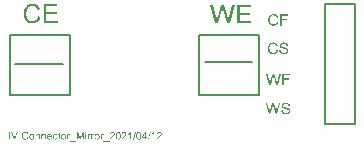
<source format=gbr>
%TF.GenerationSoftware,Altium Limited,Altium Designer,21.2.2 (38)*%
G04 Layer_Color=65535*
%FSLAX45Y45*%
%MOMM*%
%TF.SameCoordinates,00620391-040F-4B56-9AA4-54A4673F015C*%
%TF.FilePolarity,Positive*%
%TF.FileFunction,Legend,Top*%
%TF.Part,Single*%
G01*
G75*
%TA.AperFunction,NonConductor*%
%ADD14C,0.20000*%
G36*
X766934Y172763D02*
X759075D01*
Y181731D01*
X766934D01*
Y172763D01*
D02*
G37*
G36*
X252417Y182748D02*
X253249Y182656D01*
X254266Y182563D01*
X255283Y182471D01*
X256485Y182193D01*
X258981Y181639D01*
X261755Y180807D01*
X263141Y180252D01*
X264436Y179605D01*
X265730Y178773D01*
X267025Y177940D01*
X267117Y177848D01*
X267302Y177756D01*
X267672Y177478D01*
X268134Y177016D01*
X268596Y176554D01*
X269244Y175906D01*
X269891Y175167D01*
X270630Y174427D01*
X271370Y173503D01*
X272110Y172393D01*
X272942Y171284D01*
X273681Y170082D01*
X274329Y168695D01*
X275068Y167308D01*
X275623Y165829D01*
X276178Y164165D01*
X267857Y162223D01*
Y162315D01*
X267764Y162500D01*
X267579Y162870D01*
X267394Y163332D01*
X267210Y163887D01*
X266932Y164627D01*
X266193Y166106D01*
X265268Y167770D01*
X264158Y169435D01*
X262772Y171006D01*
X261292Y172393D01*
X261107Y172578D01*
X260553Y172948D01*
X259628Y173410D01*
X258426Y174057D01*
X256854Y174612D01*
X255098Y175167D01*
X252971Y175537D01*
X250660Y175629D01*
X249920D01*
X249458Y175537D01*
X248811D01*
X248071Y175444D01*
X246314Y175167D01*
X244373Y174797D01*
X242339Y174150D01*
X240212Y173225D01*
X238271Y172023D01*
X238178D01*
X238086Y171838D01*
X237439Y171376D01*
X236607Y170636D01*
X235590Y169527D01*
X234388Y168140D01*
X233278Y166568D01*
X232261Y164627D01*
X231337Y162500D01*
Y162408D01*
X231244Y162223D01*
X231152Y161946D01*
X231059Y161483D01*
X230874Y160929D01*
X230689Y160281D01*
X230412Y158710D01*
X230042Y156860D01*
X229672Y154826D01*
X229487Y152608D01*
X229395Y150204D01*
Y150111D01*
Y149834D01*
Y149372D01*
Y148817D01*
X229487Y148170D01*
Y147338D01*
X229580Y146413D01*
X229672Y145396D01*
X229950Y143177D01*
X230412Y140773D01*
X230967Y138369D01*
X231706Y135965D01*
Y135873D01*
X231799Y135688D01*
X231984Y135411D01*
X232169Y134948D01*
X232723Y133839D01*
X233556Y132545D01*
X234573Y131065D01*
X235867Y129494D01*
X237346Y128107D01*
X239103Y126812D01*
X239195D01*
X239380Y126720D01*
X239658Y126535D01*
X240027Y126350D01*
X240490Y126165D01*
X241044Y125888D01*
X242339Y125333D01*
X244003Y124778D01*
X245852Y124316D01*
X247886Y123946D01*
X250013Y123854D01*
X250660D01*
X251215Y123946D01*
X251862D01*
X252509Y124039D01*
X254173Y124408D01*
X256115Y124871D01*
X258056Y125610D01*
X260090Y126627D01*
X261107Y127182D01*
X262032Y127922D01*
X262124Y128014D01*
X262217Y128107D01*
X262494Y128384D01*
X262864Y128661D01*
X263234Y129124D01*
X263696Y129678D01*
X264251Y130233D01*
X264713Y130973D01*
X265268Y131805D01*
X265915Y132729D01*
X266470Y133654D01*
X267025Y134764D01*
X267487Y135965D01*
X267949Y137260D01*
X268411Y138647D01*
X268781Y140126D01*
X277287Y137999D01*
Y137907D01*
X277195Y137537D01*
X277010Y136982D01*
X276732Y136243D01*
X276455Y135411D01*
X276085Y134394D01*
X275623Y133284D01*
X275068Y132082D01*
X273774Y129494D01*
X272110Y126905D01*
X271093Y125610D01*
X270076Y124316D01*
X268966Y123207D01*
X267672Y122097D01*
X267579Y122005D01*
X267394Y121820D01*
X266932Y121635D01*
X266470Y121265D01*
X265730Y120803D01*
X264991Y120340D01*
X263974Y119878D01*
X262957Y119416D01*
X261755Y118861D01*
X260460Y118399D01*
X259073Y117937D01*
X257594Y117474D01*
X256022Y117104D01*
X254358Y116920D01*
X252601Y116735D01*
X250752Y116642D01*
X249735D01*
X248996Y116735D01*
X248164D01*
X247147Y116827D01*
X246037Y117012D01*
X244743Y117197D01*
X242061Y117659D01*
X239288Y118399D01*
X236514Y119416D01*
X235220Y120063D01*
X233925Y120803D01*
X233833Y120895D01*
X233648Y120988D01*
X233278Y121265D01*
X232908Y121635D01*
X232354Y122005D01*
X231706Y122559D01*
X230967Y123207D01*
X230227Y123946D01*
X229487Y124778D01*
X228655Y125610D01*
X226991Y127737D01*
X225419Y130233D01*
X224033Y133007D01*
Y133099D01*
X223848Y133377D01*
X223755Y133839D01*
X223478Y134394D01*
X223293Y135133D01*
X223016Y136058D01*
X222646Y137075D01*
X222368Y138184D01*
X222091Y139386D01*
X221721Y140773D01*
X221259Y143639D01*
X220889Y146875D01*
X220704Y150204D01*
Y150296D01*
Y150666D01*
Y151221D01*
X220797Y151868D01*
Y152792D01*
X220889Y153717D01*
X220982Y154919D01*
X221166Y156121D01*
X221629Y158802D01*
X222276Y161761D01*
X223200Y164719D01*
X224495Y167585D01*
X224587Y167678D01*
X224680Y167955D01*
X224865Y168325D01*
X225235Y168787D01*
X225604Y169435D01*
X226067Y170174D01*
X227269Y171838D01*
X228840Y173687D01*
X230689Y175537D01*
X232816Y177386D01*
X235312Y178957D01*
X235405Y179050D01*
X235682Y179142D01*
X236052Y179327D01*
X236514Y179605D01*
X237254Y179882D01*
X237993Y180159D01*
X238918Y180529D01*
X239935Y180899D01*
X241044Y181269D01*
X242246Y181639D01*
X244835Y182193D01*
X247794Y182656D01*
X250845Y182841D01*
X251769D01*
X252417Y182748D01*
D02*
G37*
G36*
X409407Y165089D02*
X410424Y164997D01*
X411626Y164812D01*
X412920Y164534D01*
X414307Y164165D01*
X415601Y163610D01*
X415786Y163517D01*
X416156Y163332D01*
X416803Y163055D01*
X417543Y162593D01*
X418468Y162038D01*
X419300Y161298D01*
X420132Y160559D01*
X420871Y159634D01*
X420964Y159542D01*
X421149Y159172D01*
X421426Y158710D01*
X421888Y158062D01*
X422258Y157138D01*
X422628Y156213D01*
X423090Y155104D01*
X423368Y153902D01*
Y153809D01*
X423460Y153440D01*
X423553Y152885D01*
X423645Y152145D01*
Y151036D01*
X423738Y149741D01*
X423830Y148170D01*
Y146228D01*
Y117752D01*
X415971D01*
Y145858D01*
Y145951D01*
Y146043D01*
Y146690D01*
Y147522D01*
X415879Y148539D01*
X415786Y149741D01*
X415601Y150943D01*
X415324Y152053D01*
X415047Y153070D01*
Y153162D01*
X414862Y153440D01*
X414584Y153902D01*
X414307Y154457D01*
X413845Y155011D01*
X413290Y155659D01*
X412550Y156306D01*
X411718Y156860D01*
X411626Y156953D01*
X411348Y157138D01*
X410794Y157323D01*
X410147Y157600D01*
X409407Y157878D01*
X408482Y158155D01*
X407373Y158247D01*
X406263Y158340D01*
X405801D01*
X405431Y158247D01*
X404507Y158155D01*
X403305Y157970D01*
X402010Y157508D01*
X400531Y156953D01*
X399052Y156213D01*
X397665Y155104D01*
X397480Y154919D01*
X397110Y154457D01*
X396833Y154087D01*
X396555Y153625D01*
X396186Y153070D01*
X395908Y152423D01*
X395538Y151683D01*
X395169Y150758D01*
X394891Y149741D01*
X394614Y148632D01*
X394429Y147430D01*
X394244Y146136D01*
X394059Y144564D01*
Y142992D01*
Y117752D01*
X386200D01*
Y164165D01*
X393227D01*
Y157508D01*
X393320Y157600D01*
X393504Y157878D01*
X393782Y158247D01*
X394152Y158710D01*
X394706Y159264D01*
X395354Y159912D01*
X396093Y160651D01*
X397018Y161391D01*
X397942Y162038D01*
X399052Y162778D01*
X400254Y163425D01*
X401548Y163980D01*
X403027Y164442D01*
X404507Y164812D01*
X406171Y165089D01*
X407928Y165182D01*
X408667D01*
X409407Y165089D01*
D02*
G37*
G36*
X359666D02*
X360683Y164997D01*
X361884Y164812D01*
X363179Y164534D01*
X364566Y164165D01*
X365860Y163610D01*
X366045Y163517D01*
X366415Y163332D01*
X367062Y163055D01*
X367802Y162593D01*
X368726Y162038D01*
X369558Y161298D01*
X370390Y160559D01*
X371130Y159634D01*
X371223Y159542D01*
X371407Y159172D01*
X371685Y158710D01*
X372147Y158062D01*
X372517Y157138D01*
X372887Y156213D01*
X373349Y155104D01*
X373626Y153902D01*
Y153809D01*
X373719Y153440D01*
X373811Y152885D01*
X373904Y152145D01*
Y151036D01*
X373996Y149741D01*
X374089Y148170D01*
Y146228D01*
Y117752D01*
X366230D01*
Y145858D01*
Y145951D01*
Y146043D01*
Y146690D01*
Y147522D01*
X366137Y148539D01*
X366045Y149741D01*
X365860Y150943D01*
X365583Y152053D01*
X365305Y153070D01*
Y153162D01*
X365120Y153440D01*
X364843Y153902D01*
X364566Y154457D01*
X364103Y155011D01*
X363549Y155659D01*
X362809Y156306D01*
X361977Y156860D01*
X361884Y156953D01*
X361607Y157138D01*
X361052Y157323D01*
X360405Y157600D01*
X359666Y157878D01*
X358741Y158155D01*
X357631Y158247D01*
X356522Y158340D01*
X356060D01*
X355690Y158247D01*
X354765Y158155D01*
X353563Y157970D01*
X352269Y157508D01*
X350790Y156953D01*
X349310Y156213D01*
X347924Y155104D01*
X347739Y154919D01*
X347369Y154457D01*
X347092Y154087D01*
X346814Y153625D01*
X346444Y153070D01*
X346167Y152423D01*
X345797Y151683D01*
X345427Y150758D01*
X345150Y149741D01*
X344873Y148632D01*
X344688Y147430D01*
X344503Y146136D01*
X344318Y144564D01*
Y142992D01*
Y117752D01*
X336459D01*
Y164165D01*
X343486D01*
Y157508D01*
X343578Y157600D01*
X343763Y157878D01*
X344040Y158247D01*
X344410Y158710D01*
X344965Y159264D01*
X345612Y159912D01*
X346352Y160651D01*
X347276Y161391D01*
X348201Y162038D01*
X349310Y162778D01*
X350512Y163425D01*
X351807Y163980D01*
X353286Y164442D01*
X354765Y164812D01*
X356430Y165089D01*
X358186Y165182D01*
X358926D01*
X359666Y165089D01*
D02*
G37*
G36*
X906728Y165089D02*
X907745Y164904D01*
X908947Y164535D01*
X910241Y164072D01*
X911720Y163425D01*
X913292Y162593D01*
X910426Y155381D01*
X910333Y155474D01*
X909964Y155659D01*
X909409Y155936D01*
X908669Y156214D01*
X907837Y156491D01*
X906820Y156768D01*
X905803Y156953D01*
X904786Y157046D01*
X904324D01*
X903862Y156953D01*
X903214Y156861D01*
X902567Y156676D01*
X901735Y156398D01*
X900903Y156029D01*
X900163Y155474D01*
X900071Y155381D01*
X899793Y155197D01*
X899516Y154827D01*
X899054Y154364D01*
X898592Y153717D01*
X898129Y152978D01*
X897667Y152145D01*
X897297Y151128D01*
X897205Y150944D01*
X897112Y150389D01*
X896927Y149557D01*
X896650Y148447D01*
X896373Y147060D01*
X896188Y145489D01*
X896095Y143824D01*
X896003Y141975D01*
Y117752D01*
X888144D01*
Y164165D01*
X895263D01*
Y157138D01*
X895356Y157231D01*
X895725Y157878D01*
X896188Y158710D01*
X896927Y159727D01*
X897667Y160744D01*
X898499Y161853D01*
X899331Y162778D01*
X900163Y163518D01*
X900256Y163610D01*
X900533Y163795D01*
X901088Y164072D01*
X901643Y164350D01*
X902382Y164627D01*
X903307Y164904D01*
X904231Y165089D01*
X905248Y165182D01*
X905896D01*
X906728Y165089D01*
D02*
G37*
G36*
X827216Y165089D02*
X828233Y164904D01*
X829434Y164534D01*
X830729Y164072D01*
X832208Y163425D01*
X833780Y162593D01*
X830914Y155381D01*
X830821Y155474D01*
X830451Y155659D01*
X829897Y155936D01*
X829157Y156213D01*
X828325Y156491D01*
X827308Y156768D01*
X826291Y156953D01*
X825274Y157045D01*
X824812D01*
X824349Y156953D01*
X823702Y156860D01*
X823055Y156676D01*
X822223Y156398D01*
X821391Y156028D01*
X820651Y155474D01*
X820559Y155381D01*
X820281Y155196D01*
X820004Y154826D01*
X819542Y154364D01*
X819079Y153717D01*
X818617Y152977D01*
X818155Y152145D01*
X817785Y151128D01*
X817693Y150943D01*
X817600Y150389D01*
X817415Y149556D01*
X817138Y148447D01*
X816860Y147060D01*
X816676Y145488D01*
X816583Y143824D01*
X816491Y141975D01*
Y117752D01*
X808632D01*
Y164165D01*
X815751D01*
Y157138D01*
X815843Y157230D01*
X816213Y157878D01*
X816676Y158710D01*
X817415Y159727D01*
X818155Y160744D01*
X818987Y161853D01*
X819819Y162778D01*
X820651Y163517D01*
X820744Y163610D01*
X821021Y163795D01*
X821576Y164072D01*
X822130Y164349D01*
X822870Y164627D01*
X823795Y164904D01*
X824719Y165089D01*
X825736Y165182D01*
X826383D01*
X827216Y165089D01*
D02*
G37*
G36*
X797445D02*
X798462Y164904D01*
X799664Y164534D01*
X800958Y164072D01*
X802437Y163425D01*
X804009Y162593D01*
X801143Y155381D01*
X801050Y155474D01*
X800681Y155659D01*
X800126Y155936D01*
X799386Y156213D01*
X798554Y156491D01*
X797537Y156768D01*
X796520Y156953D01*
X795503Y157045D01*
X795041D01*
X794579Y156953D01*
X793931Y156860D01*
X793284Y156676D01*
X792452Y156398D01*
X791620Y156028D01*
X790880Y155474D01*
X790788Y155381D01*
X790510Y155196D01*
X790233Y154826D01*
X789771Y154364D01*
X789309Y153717D01*
X788846Y152977D01*
X788384Y152145D01*
X788014Y151128D01*
X787922Y150943D01*
X787829Y150389D01*
X787644Y149556D01*
X787367Y148447D01*
X787090Y147060D01*
X786905Y145488D01*
X786812Y143824D01*
X786720Y141975D01*
Y117752D01*
X778861D01*
Y164165D01*
X785980D01*
Y157138D01*
X786073Y157230D01*
X786442Y157878D01*
X786905Y158710D01*
X787644Y159727D01*
X788384Y160744D01*
X789216Y161853D01*
X790048Y162778D01*
X790880Y163517D01*
X790973Y163610D01*
X791250Y163795D01*
X791805Y164072D01*
X792360Y164349D01*
X793099Y164627D01*
X794024Y164904D01*
X794948Y165089D01*
X795965Y165182D01*
X796613D01*
X797445Y165089D01*
D02*
G37*
G36*
X623535D02*
X624552Y164904D01*
X625754Y164534D01*
X627048Y164072D01*
X628528Y163425D01*
X630099Y162593D01*
X627233Y155381D01*
X627141Y155474D01*
X626771Y155659D01*
X626216Y155936D01*
X625477Y156213D01*
X624644Y156491D01*
X623627Y156768D01*
X622610Y156953D01*
X621593Y157045D01*
X621131D01*
X620669Y156953D01*
X620022Y156860D01*
X619374Y156676D01*
X618542Y156398D01*
X617710Y156028D01*
X616971Y155474D01*
X616878Y155381D01*
X616601Y155196D01*
X616323Y154826D01*
X615861Y154364D01*
X615399Y153717D01*
X614937Y152977D01*
X614474Y152145D01*
X614104Y151128D01*
X614012Y150943D01*
X613920Y150389D01*
X613735Y149556D01*
X613457Y148447D01*
X613180Y147060D01*
X612995Y145488D01*
X612903Y143824D01*
X612810Y141975D01*
Y117752D01*
X604951D01*
Y164165D01*
X612070D01*
Y157138D01*
X612163Y157230D01*
X612533Y157878D01*
X612995Y158710D01*
X613735Y159727D01*
X614474Y160744D01*
X615306Y161853D01*
X616138Y162778D01*
X616971Y163517D01*
X617063Y163610D01*
X617340Y163795D01*
X617895Y164072D01*
X618450Y164349D01*
X619190Y164627D01*
X620114Y164904D01*
X621039Y165089D01*
X622056Y165182D01*
X622703D01*
X623535Y165089D01*
D02*
G37*
G36*
X505746D02*
X506301D01*
X507040Y164997D01*
X508797Y164719D01*
X510739Y164257D01*
X512773Y163517D01*
X514807Y162593D01*
X516748Y161298D01*
X516841D01*
X516933Y161113D01*
X517488Y160559D01*
X518320Y159727D01*
X519337Y158525D01*
X520354Y157045D01*
X521371Y155196D01*
X522296Y153070D01*
X522943Y150573D01*
X515269Y149372D01*
Y149464D01*
X515177Y149556D01*
X515084Y150111D01*
X514807Y150943D01*
X514344Y151960D01*
X513882Y153070D01*
X513142Y154272D01*
X512310Y155381D01*
X511386Y156306D01*
X511293Y156398D01*
X510924Y156676D01*
X510276Y157045D01*
X509537Y157508D01*
X508520Y157970D01*
X507410Y158340D01*
X506116Y158617D01*
X504729Y158710D01*
X504174D01*
X503712Y158617D01*
X502695Y158525D01*
X501308Y158155D01*
X499829Y157693D01*
X498165Y156953D01*
X496593Y155843D01*
X495853Y155196D01*
X495114Y154457D01*
Y154364D01*
X494929Y154272D01*
X494744Y153994D01*
X494559Y153625D01*
X494281Y153162D01*
X493912Y152608D01*
X493634Y151960D01*
X493264Y151221D01*
X492895Y150296D01*
X492617Y149279D01*
X492247Y148170D01*
X491970Y146968D01*
X491785Y145673D01*
X491600Y144194D01*
X491415Y142622D01*
Y140958D01*
Y140866D01*
Y140588D01*
Y140034D01*
X491508Y139479D01*
Y138647D01*
X491600Y137815D01*
X491878Y135781D01*
X492247Y133562D01*
X492895Y131250D01*
X493727Y129216D01*
X494281Y128199D01*
X494929Y127367D01*
X495114Y127182D01*
X495576Y126720D01*
X496408Y126073D01*
X497425Y125333D01*
X498812Y124501D01*
X500384Y123854D01*
X502233Y123391D01*
X503250Y123299D01*
X504267Y123207D01*
X504452D01*
X505006Y123299D01*
X505931Y123391D01*
X506948Y123576D01*
X508150Y123854D01*
X509444Y124408D01*
X510739Y125056D01*
X511941Y125980D01*
X512125Y126073D01*
X512403Y126535D01*
X512958Y127182D01*
X513605Y128199D01*
X514252Y129401D01*
X514992Y130880D01*
X515546Y132729D01*
X515916Y134764D01*
X523682Y133746D01*
Y133654D01*
X523590Y133377D01*
X523498Y133007D01*
X523405Y132452D01*
X523220Y131712D01*
X523035Y130973D01*
X522388Y129124D01*
X521556Y127182D01*
X520354Y125056D01*
X518875Y123022D01*
X518043Y122097D01*
X517118Y121172D01*
X517026Y121080D01*
X516841Y120988D01*
X516563Y120803D01*
X516194Y120525D01*
X515731Y120155D01*
X515084Y119786D01*
X514344Y119416D01*
X513605Y118954D01*
X511756Y118121D01*
X509537Y117474D01*
X507133Y116920D01*
X505746Y116827D01*
X504359Y116735D01*
X503435D01*
X502787Y116827D01*
X501955Y116920D01*
X501031Y117104D01*
X500014Y117289D01*
X498904Y117474D01*
X496408Y118214D01*
X495206Y118769D01*
X493912Y119323D01*
X492617Y120063D01*
X491415Y120895D01*
X490213Y121820D01*
X489104Y122929D01*
X489011Y123022D01*
X488827Y123207D01*
X488549Y123576D01*
X488179Y124039D01*
X487810Y124686D01*
X487255Y125518D01*
X486793Y126442D01*
X486238Y127459D01*
X485683Y128661D01*
X485221Y130048D01*
X484666Y131435D01*
X484296Y133099D01*
X483926Y134764D01*
X483649Y136705D01*
X483464Y138647D01*
X483372Y140773D01*
Y140866D01*
Y141143D01*
Y141513D01*
Y142068D01*
X483464Y142715D01*
Y143454D01*
X483557Y144286D01*
X483649Y145211D01*
X483926Y147245D01*
X484389Y149464D01*
X484943Y151683D01*
X485776Y153902D01*
Y153994D01*
X485868Y154179D01*
X486053Y154457D01*
X486238Y154826D01*
X486793Y155843D01*
X487625Y157045D01*
X488734Y158432D01*
X490028Y159819D01*
X491600Y161206D01*
X493357Y162315D01*
X493449D01*
X493634Y162408D01*
X493912Y162593D01*
X494281Y162778D01*
X494744Y162963D01*
X495298Y163240D01*
X496685Y163795D01*
X498257Y164257D01*
X500199Y164719D01*
X502233Y165089D01*
X504452Y165182D01*
X505191D01*
X505746Y165089D01*
D02*
G37*
G36*
X746317Y117752D02*
X738180D01*
Y171284D01*
X719504Y117752D01*
X711923D01*
X693432Y172208D01*
Y117752D01*
X685296D01*
Y181731D01*
X697962D01*
X713125Y136335D01*
Y136243D01*
X713217Y136058D01*
X713310Y135781D01*
X713495Y135318D01*
X713864Y134209D01*
X714327Y132822D01*
X714789Y131250D01*
X715344Y129678D01*
X715806Y128199D01*
X716176Y126905D01*
X716268Y127090D01*
X716361Y127552D01*
X716638Y128384D01*
X717008Y129494D01*
X717470Y130973D01*
X718117Y132729D01*
X718765Y134764D01*
X719597Y137167D01*
X734944Y181731D01*
X746317D01*
Y117752D01*
D02*
G37*
G36*
X165693D02*
X156817D01*
X132039Y181731D01*
X141284D01*
X157927Y135226D01*
Y135133D01*
X158019Y134948D01*
X158111Y134671D01*
X158296Y134301D01*
X158389Y133746D01*
X158574Y133192D01*
X159036Y131805D01*
X159591Y130233D01*
X160145Y128477D01*
X161255Y124778D01*
Y124871D01*
X161347Y125056D01*
X161440Y125333D01*
X161532Y125703D01*
X161810Y126720D01*
X162272Y128107D01*
X162734Y129678D01*
X163289Y131435D01*
X163936Y133284D01*
X164676Y135226D01*
X182058Y181731D01*
X190656D01*
X165693Y117752D01*
D02*
G37*
G36*
X1386204Y181916D02*
X1386944Y181824D01*
X1387869Y181731D01*
X1388886Y181546D01*
X1389903Y181362D01*
X1392307Y180714D01*
X1394710Y179790D01*
X1395912Y179235D01*
X1397114Y178588D01*
X1398224Y177756D01*
X1399241Y176831D01*
X1399333Y176739D01*
X1399518Y176646D01*
X1399703Y176277D01*
X1400073Y175907D01*
X1400535Y175444D01*
X1400997Y174797D01*
X1401460Y174150D01*
X1402014Y173318D01*
X1402939Y171561D01*
X1403864Y169342D01*
X1404233Y168233D01*
X1404418Y166938D01*
X1404603Y165644D01*
X1404696Y164257D01*
Y164072D01*
Y163610D01*
X1404603Y162870D01*
X1404511Y161853D01*
X1404326Y160744D01*
X1403956Y159450D01*
X1403586Y158063D01*
X1403031Y156676D01*
X1402939Y156491D01*
X1402754Y156029D01*
X1402384Y155289D01*
X1401830Y154272D01*
X1401090Y153163D01*
X1400165Y151776D01*
X1399056Y150389D01*
X1397761Y148817D01*
X1397577Y148632D01*
X1397114Y148077D01*
X1396652Y147615D01*
X1396190Y147153D01*
X1395635Y146598D01*
X1394895Y145858D01*
X1394156Y145119D01*
X1393231Y144287D01*
X1392307Y143362D01*
X1391197Y142345D01*
X1389995Y141328D01*
X1388701Y140126D01*
X1387222Y138924D01*
X1385742Y137630D01*
X1385650Y137537D01*
X1385465Y137353D01*
X1385095Y137075D01*
X1384633Y136705D01*
X1384078Y136151D01*
X1383431Y135596D01*
X1381952Y134394D01*
X1380380Y133007D01*
X1378900Y131620D01*
X1377606Y130418D01*
X1377051Y129956D01*
X1376589Y129494D01*
X1376497Y129401D01*
X1376219Y129124D01*
X1375849Y128754D01*
X1375387Y128199D01*
X1374925Y127552D01*
X1374370Y126905D01*
X1373261Y125333D01*
X1404788D01*
Y117752D01*
X1362351D01*
Y117844D01*
Y118214D01*
Y118769D01*
X1362443Y119509D01*
X1362536Y120341D01*
X1362721Y121265D01*
X1362906Y122190D01*
X1363275Y123207D01*
Y123299D01*
X1363368Y123392D01*
X1363553Y123946D01*
X1363923Y124779D01*
X1364477Y125888D01*
X1365217Y127182D01*
X1366142Y128662D01*
X1367159Y130141D01*
X1368453Y131713D01*
Y131805D01*
X1368638Y131898D01*
X1369100Y132452D01*
X1369932Y133284D01*
X1371134Y134486D01*
X1372521Y135873D01*
X1374278Y137537D01*
X1376404Y139387D01*
X1378716Y141328D01*
X1378808Y141421D01*
X1379178Y141698D01*
X1379733Y142160D01*
X1380380Y142715D01*
X1381212Y143455D01*
X1382229Y144287D01*
X1383246Y145211D01*
X1384448Y146228D01*
X1386759Y148447D01*
X1389071Y150666D01*
X1390180Y151776D01*
X1391197Y152885D01*
X1392122Y153902D01*
X1392861Y154919D01*
Y155012D01*
X1393046Y155104D01*
X1393231Y155381D01*
X1393416Y155751D01*
X1394063Y156768D01*
X1394803Y157970D01*
X1395450Y159450D01*
X1396097Y161021D01*
X1396467Y162778D01*
X1396652Y164442D01*
Y164535D01*
Y164627D01*
X1396560Y165182D01*
X1396467Y166106D01*
X1396190Y167123D01*
X1395820Y168418D01*
X1395173Y169712D01*
X1394341Y171007D01*
X1393231Y172301D01*
X1393046Y172486D01*
X1392584Y172856D01*
X1391937Y173318D01*
X1390920Y173965D01*
X1389625Y174520D01*
X1388146Y175075D01*
X1386389Y175444D01*
X1384448Y175537D01*
X1383893D01*
X1383523Y175444D01*
X1382414Y175352D01*
X1381119Y175075D01*
X1379733Y174705D01*
X1378161Y174058D01*
X1376682Y173225D01*
X1375295Y172116D01*
X1375110Y171931D01*
X1374740Y171469D01*
X1374185Y170729D01*
X1373630Y169620D01*
X1372983Y168325D01*
X1372429Y166661D01*
X1372059Y164812D01*
X1371874Y162685D01*
X1363830Y163518D01*
Y163610D01*
X1363923Y163887D01*
Y164350D01*
X1364015Y164997D01*
X1364200Y165737D01*
X1364385Y166569D01*
X1364662Y167586D01*
X1364940Y168603D01*
X1365679Y170822D01*
X1366789Y173041D01*
X1367436Y174150D01*
X1368268Y175259D01*
X1369100Y176277D01*
X1370025Y177201D01*
X1370117Y177294D01*
X1370302Y177386D01*
X1370579Y177663D01*
X1371042Y177941D01*
X1371596Y178311D01*
X1372244Y178680D01*
X1372983Y179143D01*
X1373908Y179605D01*
X1374925Y180067D01*
X1376034Y180529D01*
X1377236Y180899D01*
X1378531Y181269D01*
X1379917Y181546D01*
X1381397Y181824D01*
X1382969Y181916D01*
X1384633Y182009D01*
X1385557D01*
X1386204Y181916D01*
D02*
G37*
G36*
X1343305Y117752D02*
X1335446D01*
Y167771D01*
X1335354Y167678D01*
X1334891Y167308D01*
X1334337Y166754D01*
X1333412Y166106D01*
X1332395Y165274D01*
X1331101Y164350D01*
X1329621Y163333D01*
X1327957Y162316D01*
X1327865D01*
X1327772Y162223D01*
X1327218Y161853D01*
X1326293Y161391D01*
X1325184Y160836D01*
X1323889Y160189D01*
X1322502Y159542D01*
X1321115Y158895D01*
X1319729Y158340D01*
Y165921D01*
X1319821D01*
X1320006Y166106D01*
X1320376Y166199D01*
X1320838Y166476D01*
X1321393Y166754D01*
X1322040Y167123D01*
X1323612Y168048D01*
X1325461Y169065D01*
X1327310Y170359D01*
X1329252Y171839D01*
X1331193Y173410D01*
X1331286Y173503D01*
X1331378Y173595D01*
X1331655Y173873D01*
X1332025Y174150D01*
X1332857Y175075D01*
X1333967Y176184D01*
X1335076Y177478D01*
X1336278Y178958D01*
X1337295Y180437D01*
X1338220Y182009D01*
X1343305D01*
Y117752D01*
D02*
G37*
G36*
X1272114Y140311D02*
X1280805D01*
Y133100D01*
X1272114D01*
Y117752D01*
X1264255D01*
Y133100D01*
X1236426D01*
Y140311D01*
X1265734Y181731D01*
X1272114D01*
Y140311D01*
D02*
G37*
G36*
X1144340Y117752D02*
X1136481D01*
Y167771D01*
X1136388Y167678D01*
X1135926Y167308D01*
X1135371Y166754D01*
X1134447Y166106D01*
X1133430Y165274D01*
X1132135Y164350D01*
X1130656Y163333D01*
X1128992Y162316D01*
X1128899D01*
X1128807Y162223D01*
X1128252Y161853D01*
X1127328Y161391D01*
X1126218Y160836D01*
X1124924Y160189D01*
X1123537Y159542D01*
X1122150Y158895D01*
X1120763Y158340D01*
Y165921D01*
X1120856D01*
X1121041Y166106D01*
X1121411Y166199D01*
X1121873Y166476D01*
X1122428Y166754D01*
X1123075Y167123D01*
X1124646Y168048D01*
X1126496Y169065D01*
X1128345Y170359D01*
X1130286Y171839D01*
X1132228Y173410D01*
X1132320Y173503D01*
X1132413Y173595D01*
X1132690Y173873D01*
X1133060Y174150D01*
X1133892Y175075D01*
X1135002Y176184D01*
X1136111Y177478D01*
X1137313Y178958D01*
X1138330Y180437D01*
X1139255Y182009D01*
X1144340D01*
Y117752D01*
D02*
G37*
G36*
X1087757Y181916D02*
X1088496Y181824D01*
X1089421Y181731D01*
X1090438Y181546D01*
X1091455Y181362D01*
X1093859Y180714D01*
X1096262Y179790D01*
X1097464Y179235D01*
X1098666Y178588D01*
X1099776Y177756D01*
X1100793Y176831D01*
X1100885Y176739D01*
X1101070Y176646D01*
X1101255Y176277D01*
X1101625Y175907D01*
X1102087Y175444D01*
X1102549Y174797D01*
X1103012Y174150D01*
X1103566Y173318D01*
X1104491Y171561D01*
X1105416Y169342D01*
X1105785Y168233D01*
X1105970Y166938D01*
X1106155Y165644D01*
X1106248Y164257D01*
Y164072D01*
Y163610D01*
X1106155Y162870D01*
X1106063Y161853D01*
X1105878Y160744D01*
X1105508Y159450D01*
X1105138Y158063D01*
X1104584Y156676D01*
X1104491Y156491D01*
X1104306Y156029D01*
X1103936Y155289D01*
X1103382Y154272D01*
X1102642Y153163D01*
X1101717Y151776D01*
X1100608Y150389D01*
X1099314Y148817D01*
X1099129Y148632D01*
X1098666Y148077D01*
X1098204Y147615D01*
X1097742Y147153D01*
X1097187Y146598D01*
X1096447Y145858D01*
X1095708Y145119D01*
X1094783Y144287D01*
X1093859Y143362D01*
X1092749Y142345D01*
X1091547Y141328D01*
X1090253Y140126D01*
X1088774Y138924D01*
X1087294Y137630D01*
X1087202Y137537D01*
X1087017Y137353D01*
X1086647Y137075D01*
X1086185Y136705D01*
X1085630Y136151D01*
X1084983Y135596D01*
X1083504Y134394D01*
X1081932Y133007D01*
X1080452Y131620D01*
X1079158Y130418D01*
X1078603Y129956D01*
X1078141Y129494D01*
X1078049Y129401D01*
X1077771Y129124D01*
X1077401Y128754D01*
X1076939Y128199D01*
X1076477Y127552D01*
X1075922Y126905D01*
X1074813Y125333D01*
X1106340D01*
Y117752D01*
X1063903D01*
Y117844D01*
Y118214D01*
Y118769D01*
X1063995Y119509D01*
X1064088Y120341D01*
X1064273Y121265D01*
X1064458Y122190D01*
X1064827Y123207D01*
Y123299D01*
X1064920Y123392D01*
X1065105Y123946D01*
X1065475Y124779D01*
X1066029Y125888D01*
X1066769Y127182D01*
X1067694Y128662D01*
X1068711Y130141D01*
X1070005Y131713D01*
Y131805D01*
X1070190Y131898D01*
X1070652Y132452D01*
X1071484Y133284D01*
X1072686Y134486D01*
X1074073Y135873D01*
X1075830Y137537D01*
X1077956Y139387D01*
X1080268Y141328D01*
X1080360Y141421D01*
X1080730Y141698D01*
X1081285Y142160D01*
X1081932Y142715D01*
X1082764Y143455D01*
X1083781Y144287D01*
X1084798Y145211D01*
X1086000Y146228D01*
X1088311Y148447D01*
X1090623Y150666D01*
X1091732Y151776D01*
X1092749Y152885D01*
X1093674Y153902D01*
X1094413Y154919D01*
Y155012D01*
X1094598Y155104D01*
X1094783Y155381D01*
X1094968Y155751D01*
X1095615Y156768D01*
X1096355Y157970D01*
X1097002Y159450D01*
X1097649Y161021D01*
X1098019Y162778D01*
X1098204Y164442D01*
Y164535D01*
Y164627D01*
X1098112Y165182D01*
X1098019Y166106D01*
X1097742Y167123D01*
X1097372Y168418D01*
X1096725Y169712D01*
X1095893Y171007D01*
X1094783Y172301D01*
X1094598Y172486D01*
X1094136Y172856D01*
X1093489Y173318D01*
X1092472Y173965D01*
X1091177Y174520D01*
X1089698Y175075D01*
X1087941Y175444D01*
X1086000Y175537D01*
X1085445D01*
X1085075Y175444D01*
X1083966Y175352D01*
X1082671Y175075D01*
X1081285Y174705D01*
X1079713Y174058D01*
X1078234Y173225D01*
X1076847Y172116D01*
X1076662Y171931D01*
X1076292Y171469D01*
X1075737Y170729D01*
X1075183Y169620D01*
X1074535Y168325D01*
X1073981Y166661D01*
X1073611Y164812D01*
X1073426Y162685D01*
X1065382Y163518D01*
Y163610D01*
X1065475Y163887D01*
Y164350D01*
X1065567Y164997D01*
X1065752Y165737D01*
X1065937Y166569D01*
X1066214Y167586D01*
X1066492Y168603D01*
X1067231Y170822D01*
X1068341Y173041D01*
X1068988Y174150D01*
X1069820Y175259D01*
X1070652Y176277D01*
X1071577Y177201D01*
X1071669Y177294D01*
X1071854Y177386D01*
X1072131Y177663D01*
X1072594Y177941D01*
X1073148Y178311D01*
X1073796Y178680D01*
X1074535Y179143D01*
X1075460Y179605D01*
X1076477Y180067D01*
X1077586Y180529D01*
X1078788Y180899D01*
X1080083Y181269D01*
X1081470Y181546D01*
X1082949Y181824D01*
X1084521Y181916D01*
X1086185Y182009D01*
X1087109D01*
X1087757Y181916D01*
D02*
G37*
G36*
X988274D02*
X989014Y181824D01*
X989938Y181731D01*
X990955Y181546D01*
X991972Y181362D01*
X994376Y180714D01*
X996780Y179790D01*
X997982Y179235D01*
X999184Y178588D01*
X1000293Y177756D01*
X1001310Y176831D01*
X1001403Y176739D01*
X1001588Y176646D01*
X1001772Y176277D01*
X1002142Y175907D01*
X1002605Y175444D01*
X1003067Y174797D01*
X1003529Y174150D01*
X1004084Y173318D01*
X1005008Y171561D01*
X1005933Y169342D01*
X1006303Y168233D01*
X1006488Y166938D01*
X1006673Y165644D01*
X1006765Y164257D01*
Y164072D01*
Y163610D01*
X1006673Y162870D01*
X1006580Y161853D01*
X1006395Y160744D01*
X1006025Y159450D01*
X1005656Y158063D01*
X1005101Y156676D01*
X1005008Y156491D01*
X1004823Y156029D01*
X1004454Y155289D01*
X1003899Y154272D01*
X1003159Y153163D01*
X1002235Y151776D01*
X1001125Y150389D01*
X999831Y148817D01*
X999646Y148632D01*
X999184Y148077D01*
X998721Y147615D01*
X998259Y147153D01*
X997704Y146598D01*
X996965Y145858D01*
X996225Y145119D01*
X995301Y144287D01*
X994376Y143362D01*
X993266Y142345D01*
X992065Y141328D01*
X990770Y140126D01*
X989291Y138924D01*
X987812Y137630D01*
X987719Y137537D01*
X987534Y137353D01*
X987164Y137075D01*
X986702Y136705D01*
X986147Y136151D01*
X985500Y135596D01*
X984021Y134394D01*
X982449Y133007D01*
X980970Y131620D01*
X979675Y130418D01*
X979121Y129956D01*
X978658Y129494D01*
X978566Y129401D01*
X978289Y129124D01*
X977919Y128754D01*
X977457Y128199D01*
X976994Y127552D01*
X976440Y126905D01*
X975330Y125333D01*
X1006858D01*
Y117752D01*
X964420D01*
Y117844D01*
Y118214D01*
Y118769D01*
X964513Y119509D01*
X964605Y120341D01*
X964790Y121265D01*
X964975Y122190D01*
X965345Y123207D01*
Y123299D01*
X965437Y123392D01*
X965622Y123946D01*
X965992Y124779D01*
X966547Y125888D01*
X967286Y127182D01*
X968211Y128662D01*
X969228Y130141D01*
X970522Y131713D01*
Y131805D01*
X970707Y131898D01*
X971170Y132452D01*
X972002Y133284D01*
X973204Y134486D01*
X974590Y135873D01*
X976347Y137537D01*
X978474Y139387D01*
X980785Y141328D01*
X980877Y141421D01*
X981247Y141698D01*
X981802Y142160D01*
X982449Y142715D01*
X983281Y143455D01*
X984298Y144287D01*
X985315Y145211D01*
X986517Y146228D01*
X988829Y148447D01*
X991140Y150666D01*
X992249Y151776D01*
X993266Y152885D01*
X994191Y153902D01*
X994931Y154919D01*
Y155012D01*
X995116Y155104D01*
X995301Y155381D01*
X995485Y155751D01*
X996133Y156768D01*
X996872Y157970D01*
X997519Y159450D01*
X998167Y161021D01*
X998536Y162778D01*
X998721Y164442D01*
Y164535D01*
Y164627D01*
X998629Y165182D01*
X998536Y166106D01*
X998259Y167123D01*
X997889Y168418D01*
X997242Y169712D01*
X996410Y171007D01*
X995301Y172301D01*
X995116Y172486D01*
X994653Y172856D01*
X994006Y173318D01*
X992989Y173965D01*
X991695Y174520D01*
X990215Y175075D01*
X988459Y175444D01*
X986517Y175537D01*
X985962D01*
X985593Y175444D01*
X984483Y175352D01*
X983189Y175075D01*
X981802Y174705D01*
X980230Y174058D01*
X978751Y173225D01*
X977364Y172116D01*
X977179Y171931D01*
X976809Y171469D01*
X976255Y170729D01*
X975700Y169620D01*
X975053Y168325D01*
X974498Y166661D01*
X974128Y164812D01*
X973943Y162685D01*
X965900Y163518D01*
Y163610D01*
X965992Y163887D01*
Y164350D01*
X966084Y164997D01*
X966269Y165737D01*
X966454Y166569D01*
X966732Y167586D01*
X967009Y168603D01*
X967749Y170822D01*
X968858Y173041D01*
X969505Y174150D01*
X970337Y175259D01*
X971170Y176277D01*
X972094Y177201D01*
X972187Y177294D01*
X972371Y177386D01*
X972649Y177663D01*
X973111Y177941D01*
X973666Y178311D01*
X974313Y178680D01*
X975053Y179143D01*
X975977Y179605D01*
X976994Y180067D01*
X978104Y180529D01*
X979306Y180899D01*
X980600Y181269D01*
X981987Y181546D01*
X983466Y181824D01*
X985038Y181916D01*
X986702Y182009D01*
X987627D01*
X988274Y181916D01*
D02*
G37*
G36*
X766934Y117752D02*
X759075D01*
Y164165D01*
X766934D01*
Y117752D01*
D02*
G37*
G36*
X123718D02*
X115212D01*
Y181731D01*
X123718D01*
Y117752D01*
D02*
G37*
G36*
X539585Y164165D02*
X547536D01*
Y158062D01*
X539585D01*
Y130788D01*
Y130603D01*
Y130233D01*
Y129678D01*
X539677Y129031D01*
X539770Y127552D01*
X539862Y126905D01*
X539955Y126442D01*
X540047Y126258D01*
X540325Y125888D01*
X540694Y125425D01*
X541342Y124963D01*
X541526Y124871D01*
X541989Y124686D01*
X542821Y124501D01*
X544023Y124408D01*
X544947D01*
X545410Y124501D01*
X546057D01*
X546796Y124593D01*
X547536Y124686D01*
X548553Y117752D01*
X548368D01*
X547998Y117659D01*
X547351Y117567D01*
X546519Y117474D01*
X545595Y117289D01*
X544578Y117197D01*
X542543Y117104D01*
X541804D01*
X541064Y117197D01*
X540140Y117289D01*
X539030Y117382D01*
X537921Y117659D01*
X536904Y117937D01*
X535887Y118399D01*
X535794Y118491D01*
X535517Y118676D01*
X535147Y118954D01*
X534592Y119416D01*
X534130Y119878D01*
X533575Y120525D01*
X533021Y121172D01*
X532651Y122005D01*
Y122097D01*
X532466Y122467D01*
X532373Y123114D01*
X532188Y124039D01*
X532004Y125241D01*
X531911Y125980D01*
Y126812D01*
X531819Y127829D01*
X531726Y128846D01*
Y129956D01*
Y131250D01*
Y158062D01*
X525901D01*
Y164165D01*
X531726D01*
Y175629D01*
X539585Y180344D01*
Y164165D01*
D02*
G37*
G36*
X858835Y165089D02*
X859668Y164997D01*
X860592Y164812D01*
X861609Y164627D01*
X862811Y164442D01*
X865307Y163610D01*
X866602Y163148D01*
X867896Y162501D01*
X869191Y161853D01*
X870485Y160929D01*
X871687Y160004D01*
X872889Y158895D01*
X872981Y158802D01*
X873166Y158617D01*
X873444Y158248D01*
X873813Y157785D01*
X874276Y157138D01*
X874830Y156306D01*
X875385Y155381D01*
X875940Y154364D01*
X876495Y153255D01*
X877049Y151868D01*
X877604Y150481D01*
X878066Y148910D01*
X878436Y147245D01*
X878714Y145489D01*
X878898Y143640D01*
X878991Y141606D01*
Y141513D01*
Y141236D01*
Y140773D01*
Y140126D01*
X878898Y139387D01*
X878806Y138462D01*
Y137537D01*
X878621Y136520D01*
X878344Y134209D01*
X877789Y131898D01*
X877142Y129586D01*
X876217Y127460D01*
Y127367D01*
X876125Y127275D01*
X875940Y126997D01*
X875755Y126628D01*
X875108Y125703D01*
X874276Y124594D01*
X873166Y123299D01*
X871779Y122005D01*
X870208Y120710D01*
X868358Y119509D01*
X868266D01*
X868174Y119416D01*
X867896Y119231D01*
X867434Y119046D01*
X866972Y118861D01*
X866417Y118676D01*
X865030Y118122D01*
X863458Y117659D01*
X861517Y117197D01*
X859483Y116827D01*
X857264Y116735D01*
X856339D01*
X855600Y116827D01*
X854767Y116920D01*
X853843Y117105D01*
X852733Y117290D01*
X851624Y117474D01*
X849128Y118214D01*
X847741Y118769D01*
X846446Y119324D01*
X845152Y120063D01*
X843858Y120895D01*
X842656Y121820D01*
X841454Y122929D01*
X841361Y123022D01*
X841176Y123207D01*
X840899Y123576D01*
X840529Y124131D01*
X840067Y124778D01*
X839605Y125518D01*
X839050Y126442D01*
X838495Y127552D01*
X837940Y128754D01*
X837386Y130141D01*
X836923Y131620D01*
X836461Y133192D01*
X836091Y134948D01*
X835814Y136798D01*
X835629Y138832D01*
X835537Y140958D01*
Y141143D01*
Y141513D01*
X835629Y142160D01*
Y143085D01*
X835721Y144102D01*
X835906Y145396D01*
X836091Y146690D01*
X836461Y148170D01*
X836831Y149649D01*
X837293Y151221D01*
X837848Y152885D01*
X838588Y154457D01*
X839327Y155936D01*
X840344Y157415D01*
X841361Y158802D01*
X842656Y160004D01*
X842748Y160097D01*
X842933Y160189D01*
X843303Y160467D01*
X843765Y160836D01*
X844320Y161206D01*
X845060Y161668D01*
X845799Y162131D01*
X846724Y162593D01*
X847741Y163055D01*
X848850Y163518D01*
X851347Y164350D01*
X854213Y164997D01*
X855692Y165089D01*
X857264Y165182D01*
X858188D01*
X858835Y165089D01*
D02*
G37*
G36*
X575643Y165089D02*
X576475Y164997D01*
X577399Y164812D01*
X578416Y164627D01*
X579618Y164442D01*
X582115Y163610D01*
X583409Y163148D01*
X584703Y162500D01*
X585998Y161853D01*
X587292Y160929D01*
X588494Y160004D01*
X589696Y158895D01*
X589789Y158802D01*
X589973Y158617D01*
X590251Y158247D01*
X590621Y157785D01*
X591083Y157138D01*
X591638Y156306D01*
X592192Y155381D01*
X592747Y154364D01*
X593302Y153255D01*
X593857Y151868D01*
X594411Y150481D01*
X594874Y148909D01*
X595243Y147245D01*
X595521Y145488D01*
X595706Y143639D01*
X595798Y141605D01*
Y141513D01*
Y141235D01*
Y140773D01*
Y140126D01*
X595706Y139386D01*
X595613Y138462D01*
Y137537D01*
X595428Y136520D01*
X595151Y134209D01*
X594596Y131897D01*
X593949Y129586D01*
X593024Y127459D01*
Y127367D01*
X592932Y127275D01*
X592747Y126997D01*
X592562Y126627D01*
X591915Y125703D01*
X591083Y124593D01*
X589973Y123299D01*
X588587Y122005D01*
X587015Y120710D01*
X585166Y119508D01*
X585073D01*
X584981Y119416D01*
X584703Y119231D01*
X584241Y119046D01*
X583779Y118861D01*
X583224Y118676D01*
X581837Y118121D01*
X580266Y117659D01*
X578324Y117197D01*
X576290Y116827D01*
X574071Y116735D01*
X573146D01*
X572407Y116827D01*
X571575Y116920D01*
X570650Y117104D01*
X569541Y117289D01*
X568431Y117474D01*
X565935Y118214D01*
X564548Y118769D01*
X563254Y119323D01*
X561959Y120063D01*
X560665Y120895D01*
X559463Y121820D01*
X558261Y122929D01*
X558169Y123022D01*
X557984Y123207D01*
X557706Y123576D01*
X557336Y124131D01*
X556874Y124778D01*
X556412Y125518D01*
X555857Y126442D01*
X555302Y127552D01*
X554748Y128754D01*
X554193Y130141D01*
X553731Y131620D01*
X553268Y133192D01*
X552899Y134948D01*
X552621Y136798D01*
X552436Y138832D01*
X552344Y140958D01*
Y141143D01*
Y141513D01*
X552436Y142160D01*
Y143085D01*
X552529Y144102D01*
X552714Y145396D01*
X552899Y146690D01*
X553268Y148170D01*
X553638Y149649D01*
X554100Y151221D01*
X554655Y152885D01*
X555395Y154457D01*
X556135Y155936D01*
X557152Y157415D01*
X558169Y158802D01*
X559463Y160004D01*
X559555Y160096D01*
X559740Y160189D01*
X560110Y160466D01*
X560572Y160836D01*
X561127Y161206D01*
X561867Y161668D01*
X562606Y162130D01*
X563531Y162593D01*
X564548Y163055D01*
X565657Y163517D01*
X568154Y164349D01*
X571020Y164997D01*
X572499Y165089D01*
X574071Y165182D01*
X574996D01*
X575643Y165089D01*
D02*
G37*
G36*
X456467D02*
X457207Y164997D01*
X458131Y164812D01*
X459148Y164627D01*
X460350Y164349D01*
X461460Y164072D01*
X462754Y163610D01*
X463956Y163148D01*
X465250Y162500D01*
X466545Y161761D01*
X467839Y160929D01*
X469041Y159912D01*
X470150Y158802D01*
X470243Y158710D01*
X470428Y158525D01*
X470705Y158155D01*
X471075Y157600D01*
X471537Y156953D01*
X472000Y156213D01*
X472554Y155289D01*
X473109Y154179D01*
X473664Y152977D01*
X474219Y151683D01*
X474681Y150204D01*
X475143Y148632D01*
X475513Y146875D01*
X475790Y145026D01*
X475975Y143085D01*
X476068Y140958D01*
Y140866D01*
Y140496D01*
Y139849D01*
X475975Y138924D01*
X441304D01*
Y138832D01*
Y138554D01*
X441397Y138184D01*
Y137630D01*
X441489Y136982D01*
X441674Y136243D01*
X441951Y134579D01*
X442506Y132729D01*
X443246Y130695D01*
X444263Y128846D01*
X445557Y127182D01*
X445650D01*
X445742Y126997D01*
X446297Y126535D01*
X447129Y125888D01*
X448238Y125241D01*
X449718Y124501D01*
X451382Y123854D01*
X453231Y123391D01*
X454248Y123299D01*
X455357Y123207D01*
X456097D01*
X456929Y123299D01*
X457946Y123484D01*
X459056Y123761D01*
X460350Y124131D01*
X461552Y124686D01*
X462754Y125425D01*
X462846Y125518D01*
X463309Y125888D01*
X463863Y126442D01*
X464511Y127182D01*
X465250Y128199D01*
X466082Y129494D01*
X466914Y130973D01*
X467654Y132729D01*
X475790Y131712D01*
Y131620D01*
X475698Y131435D01*
X475605Y131065D01*
X475420Y130511D01*
X475143Y129956D01*
X474866Y129216D01*
X474126Y127644D01*
X473201Y125888D01*
X471907Y124039D01*
X470428Y122282D01*
X468579Y120618D01*
X468486D01*
X468301Y120433D01*
X468024Y120248D01*
X467654Y119971D01*
X467099Y119693D01*
X466545Y119416D01*
X465805Y119046D01*
X464973Y118676D01*
X464048Y118306D01*
X463124Y117937D01*
X460812Y117382D01*
X458224Y116920D01*
X455357Y116735D01*
X454340D01*
X453693Y116827D01*
X452861Y116920D01*
X451844Y117104D01*
X450735Y117289D01*
X449533Y117474D01*
X446944Y118214D01*
X445557Y118769D01*
X444263Y119323D01*
X442876Y120063D01*
X441582Y120895D01*
X440380Y121820D01*
X439178Y122929D01*
X439085Y123022D01*
X438900Y123207D01*
X438623Y123576D01*
X438253Y124131D01*
X437791Y124778D01*
X437329Y125518D01*
X436774Y126442D01*
X436219Y127459D01*
X435664Y128661D01*
X435110Y129956D01*
X434647Y131435D01*
X434185Y133007D01*
X433815Y134671D01*
X433538Y136520D01*
X433353Y138462D01*
X433260Y140496D01*
Y140588D01*
Y141051D01*
Y141605D01*
X433353Y142437D01*
X433445Y143454D01*
X433538Y144564D01*
X433723Y145858D01*
X434000Y147153D01*
X434740Y150111D01*
X435202Y151591D01*
X435757Y153162D01*
X436496Y154642D01*
X437329Y156028D01*
X438253Y157415D01*
X439270Y158710D01*
X439363Y158802D01*
X439548Y158987D01*
X439917Y159264D01*
X440380Y159727D01*
X440934Y160189D01*
X441674Y160744D01*
X442506Y161391D01*
X443523Y161946D01*
X444540Y162593D01*
X445742Y163148D01*
X447036Y163702D01*
X448423Y164165D01*
X449903Y164627D01*
X451474Y164904D01*
X453139Y165089D01*
X454895Y165182D01*
X455820D01*
X456467Y165089D01*
D02*
G37*
G36*
X307058D02*
X307890Y164997D01*
X308815Y164812D01*
X309832Y164627D01*
X311034Y164442D01*
X313530Y163610D01*
X314824Y163148D01*
X316119Y162500D01*
X317413Y161853D01*
X318708Y160929D01*
X319909Y160004D01*
X321111Y158895D01*
X321204Y158802D01*
X321389Y158617D01*
X321666Y158247D01*
X322036Y157785D01*
X322498Y157138D01*
X323053Y156306D01*
X323608Y155381D01*
X324162Y154364D01*
X324717Y153255D01*
X325272Y151868D01*
X325827Y150481D01*
X326289Y148909D01*
X326659Y147245D01*
X326936Y145488D01*
X327121Y143639D01*
X327213Y141605D01*
Y141513D01*
Y141235D01*
Y140773D01*
Y140126D01*
X327121Y139386D01*
X327029Y138462D01*
Y137537D01*
X326844Y136520D01*
X326566Y134209D01*
X326012Y131897D01*
X325364Y129586D01*
X324440Y127459D01*
Y127367D01*
X324347Y127275D01*
X324162Y126997D01*
X323978Y126627D01*
X323330Y125703D01*
X322498Y124593D01*
X321389Y123299D01*
X320002Y122005D01*
X318430Y120710D01*
X316581Y119508D01*
X316489D01*
X316396Y119416D01*
X316119Y119231D01*
X315656Y119046D01*
X315194Y118861D01*
X314639Y118676D01*
X313253Y118121D01*
X311681Y117659D01*
X309739Y117197D01*
X307705Y116827D01*
X305486Y116735D01*
X304562D01*
X303822Y116827D01*
X302990Y116920D01*
X302065Y117104D01*
X300956Y117289D01*
X299846Y117474D01*
X297350Y118214D01*
X295963Y118769D01*
X294669Y119323D01*
X293375Y120063D01*
X292080Y120895D01*
X290878Y121820D01*
X289676Y122929D01*
X289584Y123022D01*
X289399Y123207D01*
X289122Y123576D01*
X288752Y124131D01*
X288289Y124778D01*
X287827Y125518D01*
X287272Y126442D01*
X286718Y127552D01*
X286163Y128754D01*
X285608Y130141D01*
X285146Y131620D01*
X284684Y133192D01*
X284314Y134948D01*
X284037Y136798D01*
X283852Y138832D01*
X283759Y140958D01*
Y141143D01*
Y141513D01*
X283852Y142160D01*
Y143085D01*
X283944Y144102D01*
X284129Y145396D01*
X284314Y146690D01*
X284684Y148170D01*
X285054Y149649D01*
X285516Y151221D01*
X286071Y152885D01*
X286810Y154457D01*
X287550Y155936D01*
X288567Y157415D01*
X289584Y158802D01*
X290878Y160004D01*
X290971Y160096D01*
X291156Y160189D01*
X291525Y160466D01*
X291988Y160836D01*
X292542Y161206D01*
X293282Y161668D01*
X294022Y162130D01*
X294946Y162593D01*
X295963Y163055D01*
X297073Y163517D01*
X299569Y164349D01*
X302435Y164997D01*
X303915Y165089D01*
X305486Y165182D01*
X306411D01*
X307058Y165089D01*
D02*
G37*
G36*
X1291437Y116642D02*
X1285150D01*
X1303734Y182841D01*
X1310021D01*
X1291437Y116642D01*
D02*
G37*
G36*
X1212110Y181916D02*
X1213312Y181731D01*
X1214699Y181454D01*
X1216178Y181084D01*
X1217750Y180622D01*
X1219229Y179882D01*
X1219321D01*
X1219414Y179790D01*
X1219876Y179512D01*
X1220616Y179050D01*
X1221540Y178403D01*
X1222557Y177478D01*
X1223667Y176461D01*
X1224684Y175259D01*
X1225701Y173873D01*
X1225793Y173688D01*
X1226163Y173225D01*
X1226533Y172393D01*
X1227180Y171191D01*
X1227735Y169805D01*
X1228475Y168233D01*
X1229122Y166384D01*
X1229676Y164350D01*
Y164257D01*
X1229769Y164072D01*
X1229861Y163795D01*
X1229954Y163333D01*
X1230046Y162778D01*
X1230139Y162131D01*
X1230324Y161299D01*
X1230416Y160374D01*
X1230601Y159357D01*
X1230693Y158248D01*
X1230786Y156953D01*
X1230971Y155659D01*
X1231063Y154180D01*
Y152700D01*
X1231156Y151036D01*
Y149279D01*
Y149187D01*
Y148817D01*
Y148170D01*
Y147430D01*
X1231063Y146413D01*
Y145304D01*
X1230971Y144102D01*
X1230878Y142807D01*
X1230601Y139849D01*
X1230139Y136798D01*
X1229584Y133839D01*
X1229214Y132452D01*
X1228752Y131066D01*
Y130973D01*
X1228659Y130788D01*
X1228475Y130418D01*
X1228290Y129956D01*
X1228105Y129309D01*
X1227735Y128662D01*
X1226995Y127090D01*
X1226071Y125426D01*
X1224869Y123577D01*
X1223482Y121912D01*
X1221818Y120341D01*
X1221725D01*
X1221633Y120156D01*
X1221355Y119971D01*
X1220986Y119786D01*
X1220523Y119509D01*
X1220061Y119139D01*
X1218674Y118492D01*
X1217010Y117844D01*
X1215068Y117197D01*
X1212757Y116827D01*
X1210261Y116642D01*
X1209336D01*
X1208689Y116735D01*
X1207949Y116827D01*
X1207025Y117012D01*
X1206008Y117197D01*
X1204898Y117474D01*
X1203789Y117844D01*
X1202587Y118214D01*
X1201385Y118769D01*
X1200183Y119416D01*
X1198981Y120156D01*
X1197779Y121080D01*
X1196670Y122097D01*
X1195653Y123207D01*
X1195560Y123299D01*
X1195375Y123577D01*
X1195098Y124039D01*
X1194636Y124779D01*
X1194173Y125611D01*
X1193711Y126720D01*
X1193064Y128014D01*
X1192509Y129494D01*
X1191954Y131158D01*
X1191400Y133100D01*
X1190845Y135226D01*
X1190383Y137630D01*
X1189920Y140219D01*
X1189643Y142992D01*
X1189458Y146043D01*
X1189366Y149279D01*
Y149372D01*
Y149742D01*
Y150389D01*
Y151128D01*
X1189458Y152145D01*
Y153255D01*
X1189551Y154457D01*
X1189643Y155844D01*
X1189920Y158710D01*
X1190383Y161761D01*
X1190937Y164812D01*
X1191307Y166199D01*
X1191677Y167586D01*
Y167678D01*
X1191770Y167863D01*
X1191954Y168233D01*
X1192139Y168695D01*
X1192324Y169342D01*
X1192694Y169990D01*
X1193434Y171561D01*
X1194358Y173225D01*
X1195560Y174982D01*
X1196947Y176739D01*
X1198611Y178218D01*
X1198704D01*
X1198796Y178403D01*
X1199074Y178588D01*
X1199443Y178773D01*
X1199906Y179143D01*
X1200460Y179420D01*
X1201847Y180160D01*
X1203511Y180807D01*
X1205453Y181454D01*
X1207764Y181824D01*
X1210261Y182009D01*
X1211093D01*
X1212110Y181916D01*
D02*
G37*
G36*
X1167084Y116642D02*
X1160797D01*
X1179380Y182841D01*
X1185667D01*
X1167084Y116642D01*
D02*
G37*
G36*
X1038015Y181916D02*
X1039217Y181731D01*
X1040604Y181454D01*
X1042083Y181084D01*
X1043655Y180622D01*
X1045134Y179882D01*
X1045227D01*
X1045319Y179790D01*
X1045782Y179512D01*
X1046521Y179050D01*
X1047446Y178403D01*
X1048463Y177478D01*
X1049572Y176461D01*
X1050589Y175259D01*
X1051606Y173873D01*
X1051699Y173688D01*
X1052069Y173225D01*
X1052438Y172393D01*
X1053086Y171191D01*
X1053640Y169805D01*
X1054380Y168233D01*
X1055027Y166384D01*
X1055582Y164350D01*
Y164257D01*
X1055674Y164072D01*
X1055767Y163795D01*
X1055859Y163333D01*
X1055952Y162778D01*
X1056044Y162131D01*
X1056229Y161299D01*
X1056321Y160374D01*
X1056506Y159357D01*
X1056599Y158248D01*
X1056691Y156953D01*
X1056876Y155659D01*
X1056969Y154180D01*
Y152700D01*
X1057061Y151036D01*
Y149279D01*
Y149187D01*
Y148817D01*
Y148170D01*
Y147430D01*
X1056969Y146413D01*
Y145304D01*
X1056876Y144102D01*
X1056784Y142807D01*
X1056506Y139849D01*
X1056044Y136798D01*
X1055489Y133839D01*
X1055120Y132452D01*
X1054657Y131066D01*
Y130973D01*
X1054565Y130788D01*
X1054380Y130418D01*
X1054195Y129956D01*
X1054010Y129309D01*
X1053640Y128662D01*
X1052901Y127090D01*
X1051976Y125426D01*
X1050774Y123577D01*
X1049387Y121912D01*
X1047723Y120341D01*
X1047631D01*
X1047538Y120156D01*
X1047261Y119971D01*
X1046891Y119786D01*
X1046429Y119509D01*
X1045966Y119139D01*
X1044580Y118492D01*
X1042915Y117844D01*
X1040974Y117197D01*
X1038662Y116827D01*
X1036166Y116642D01*
X1035242D01*
X1034594Y116735D01*
X1033855Y116827D01*
X1032930Y117012D01*
X1031913Y117197D01*
X1030804Y117474D01*
X1029694Y117844D01*
X1028492Y118214D01*
X1027290Y118769D01*
X1026088Y119416D01*
X1024886Y120156D01*
X1023685Y121080D01*
X1022575Y122097D01*
X1021558Y123207D01*
X1021466Y123299D01*
X1021281Y123577D01*
X1021003Y124039D01*
X1020541Y124779D01*
X1020079Y125611D01*
X1019616Y126720D01*
X1018969Y128014D01*
X1018415Y129494D01*
X1017860Y131158D01*
X1017305Y133100D01*
X1016750Y135226D01*
X1016288Y137630D01*
X1015826Y140219D01*
X1015548Y142992D01*
X1015363Y146043D01*
X1015271Y149279D01*
Y149372D01*
Y149742D01*
Y150389D01*
Y151128D01*
X1015363Y152145D01*
Y153255D01*
X1015456Y154457D01*
X1015548Y155844D01*
X1015826Y158710D01*
X1016288Y161761D01*
X1016843Y164812D01*
X1017213Y166199D01*
X1017582Y167586D01*
Y167678D01*
X1017675Y167863D01*
X1017860Y168233D01*
X1018045Y168695D01*
X1018230Y169342D01*
X1018599Y169990D01*
X1019339Y171561D01*
X1020264Y173225D01*
X1021466Y174982D01*
X1022852Y176739D01*
X1024517Y178218D01*
X1024609D01*
X1024702Y178403D01*
X1024979Y178588D01*
X1025349Y178773D01*
X1025811Y179143D01*
X1026366Y179420D01*
X1027753Y180160D01*
X1029417Y180807D01*
X1031358Y181454D01*
X1033670Y181824D01*
X1036166Y182009D01*
X1036998D01*
X1038015Y181916D01*
D02*
G37*
G36*
X962756Y100000D02*
X910703D01*
Y105640D01*
X962756D01*
Y100000D01*
D02*
G37*
G36*
X679563Y100000D02*
X627511D01*
Y105640D01*
X679563D01*
Y100000D01*
D02*
G37*
G36*
X2354566Y1179159D02*
X2355814Y1179021D01*
X2357340Y1178882D01*
X2358865Y1178743D01*
X2360668Y1178327D01*
X2364413Y1177495D01*
X2368573Y1176247D01*
X2370654Y1175415D01*
X2372595Y1174444D01*
X2374537Y1173196D01*
X2376478Y1171948D01*
X2376617Y1171809D01*
X2376894Y1171670D01*
X2377449Y1171254D01*
X2378143Y1170561D01*
X2378836Y1169867D01*
X2379807Y1168897D01*
X2380778Y1167787D01*
X2381887Y1166678D01*
X2382997Y1165291D01*
X2384106Y1163627D01*
X2385354Y1161962D01*
X2386464Y1160159D01*
X2387434Y1158079D01*
X2388544Y1155999D01*
X2389376Y1153780D01*
X2390208Y1151284D01*
X2377727Y1148371D01*
Y1148510D01*
X2377588Y1148787D01*
X2377310Y1149342D01*
X2377033Y1150036D01*
X2376756Y1150868D01*
X2376340Y1151977D01*
X2375230Y1154196D01*
X2373843Y1156692D01*
X2372179Y1159189D01*
X2370099Y1161546D01*
X2367880Y1163627D01*
X2367603Y1163904D01*
X2366770Y1164459D01*
X2365384Y1165152D01*
X2363581Y1166123D01*
X2361223Y1166955D01*
X2358588Y1167787D01*
X2355398Y1168342D01*
X2351931Y1168481D01*
X2350822D01*
X2350128Y1168342D01*
X2349158D01*
X2348048Y1168203D01*
X2345413Y1167787D01*
X2342501Y1167232D01*
X2339450Y1166262D01*
X2336260Y1164875D01*
X2333348Y1163072D01*
X2333209D01*
X2333070Y1162794D01*
X2332099Y1162101D01*
X2330851Y1160992D01*
X2329326Y1159327D01*
X2327523Y1157247D01*
X2325859Y1154889D01*
X2324333Y1151977D01*
X2322946Y1148787D01*
Y1148649D01*
X2322808Y1148371D01*
X2322669Y1147955D01*
X2322530Y1147262D01*
X2322253Y1146430D01*
X2321976Y1145459D01*
X2321559Y1143101D01*
X2321005Y1140328D01*
X2320450Y1137277D01*
X2320173Y1133948D01*
X2320034Y1130342D01*
Y1130204D01*
Y1129788D01*
Y1129094D01*
Y1128262D01*
X2320173Y1127291D01*
Y1126043D01*
X2320311Y1124656D01*
X2320450Y1123131D01*
X2320866Y1119802D01*
X2321559Y1116197D01*
X2322392Y1112591D01*
X2323501Y1108985D01*
Y1108846D01*
X2323640Y1108569D01*
X2323917Y1108153D01*
X2324194Y1107460D01*
X2325027Y1105795D01*
X2326275Y1103854D01*
X2327800Y1101635D01*
X2329742Y1099277D01*
X2331961Y1097197D01*
X2334596Y1095255D01*
X2334734D01*
X2335012Y1095117D01*
X2335428Y1094839D01*
X2335983Y1094562D01*
X2336676Y1094285D01*
X2337508Y1093869D01*
X2339450Y1093036D01*
X2341946Y1092204D01*
X2344720Y1091511D01*
X2347771Y1090956D01*
X2350961Y1090817D01*
X2351931D01*
X2352763Y1090956D01*
X2353734D01*
X2354705Y1091095D01*
X2357201Y1091650D01*
X2360114Y1092343D01*
X2363026Y1093452D01*
X2366077Y1094978D01*
X2367603Y1095810D01*
X2368989Y1096920D01*
X2369128Y1097058D01*
X2369267Y1097197D01*
X2369683Y1097613D01*
X2370238Y1098029D01*
X2370792Y1098722D01*
X2371486Y1099555D01*
X2372318Y1100387D01*
X2373011Y1101496D01*
X2373843Y1102744D01*
X2374814Y1104131D01*
X2375646Y1105518D01*
X2376478Y1107182D01*
X2377172Y1108985D01*
X2377865Y1110927D01*
X2378559Y1113007D01*
X2379113Y1115226D01*
X2391872Y1112036D01*
Y1111897D01*
X2391734Y1111343D01*
X2391456Y1110511D01*
X2391040Y1109401D01*
X2390624Y1108153D01*
X2390069Y1106627D01*
X2389376Y1104963D01*
X2388544Y1103160D01*
X2386602Y1099277D01*
X2384106Y1095394D01*
X2382580Y1093452D01*
X2381055Y1091511D01*
X2379391Y1089847D01*
X2377449Y1088182D01*
X2377310Y1088044D01*
X2377033Y1087766D01*
X2376340Y1087489D01*
X2375646Y1086934D01*
X2374537Y1086241D01*
X2373427Y1085547D01*
X2371902Y1084854D01*
X2370376Y1084161D01*
X2368573Y1083329D01*
X2366632Y1082635D01*
X2364552Y1081942D01*
X2362333Y1081248D01*
X2359975Y1080694D01*
X2357479Y1080416D01*
X2354844Y1080139D01*
X2352070Y1080000D01*
X2350544D01*
X2349435Y1080139D01*
X2348187D01*
X2346661Y1080277D01*
X2344997Y1080555D01*
X2343056Y1080832D01*
X2339034Y1081526D01*
X2334873Y1082635D01*
X2330713Y1084161D01*
X2328771Y1085131D01*
X2326829Y1086241D01*
X2326691Y1086380D01*
X2326413Y1086518D01*
X2325859Y1086934D01*
X2325304Y1087489D01*
X2324472Y1088044D01*
X2323501Y1088876D01*
X2322392Y1089847D01*
X2321282Y1090956D01*
X2320173Y1092204D01*
X2318924Y1093452D01*
X2316428Y1096642D01*
X2314071Y1100387D01*
X2311990Y1104547D01*
Y1104686D01*
X2311713Y1105102D01*
X2311574Y1105795D01*
X2311158Y1106627D01*
X2310881Y1107737D01*
X2310465Y1109124D01*
X2309910Y1110649D01*
X2309494Y1112313D01*
X2309078Y1114116D01*
X2308523Y1116197D01*
X2307830Y1120496D01*
X2307275Y1125350D01*
X2306998Y1130342D01*
Y1130481D01*
Y1131036D01*
Y1131868D01*
X2307136Y1132839D01*
Y1134226D01*
X2307275Y1135612D01*
X2307414Y1137415D01*
X2307691Y1139218D01*
X2308385Y1143240D01*
X2309355Y1147678D01*
X2310742Y1152116D01*
X2312684Y1156415D01*
X2312822Y1156554D01*
X2312961Y1156970D01*
X2313238Y1157524D01*
X2313793Y1158218D01*
X2314348Y1159189D01*
X2315041Y1160298D01*
X2316844Y1162794D01*
X2319202Y1165568D01*
X2321976Y1168342D01*
X2325165Y1171116D01*
X2328910Y1173473D01*
X2329048Y1173612D01*
X2329464Y1173751D01*
X2330019Y1174028D01*
X2330713Y1174444D01*
X2331822Y1174860D01*
X2332932Y1175276D01*
X2334318Y1175831D01*
X2335844Y1176386D01*
X2337508Y1176940D01*
X2339311Y1177495D01*
X2343194Y1178327D01*
X2347632Y1179021D01*
X2352209Y1179298D01*
X2353595D01*
X2354566Y1179159D01*
D02*
G37*
G36*
X2473002Y1166262D02*
X2420857D01*
Y1136583D01*
X2465930D01*
Y1125211D01*
X2420857D01*
Y1081664D01*
X2408098D01*
Y1177634D01*
X2473002D01*
Y1166262D01*
D02*
G37*
G36*
X2440065Y939159D02*
X2441036D01*
X2443671Y938882D01*
X2446583Y938466D01*
X2449634Y937772D01*
X2452963Y936940D01*
X2456014Y935831D01*
X2456152D01*
X2456430Y935692D01*
X2456846Y935415D01*
X2457400Y935137D01*
X2458787Y934444D01*
X2460590Y933196D01*
X2462670Y931809D01*
X2464751Y930006D01*
X2466692Y927926D01*
X2468495Y925568D01*
Y925429D01*
X2468634Y925291D01*
X2468911Y924875D01*
X2469189Y924459D01*
X2469882Y923072D01*
X2470714Y921269D01*
X2471685Y919050D01*
X2472378Y916415D01*
X2473072Y913641D01*
X2473349Y910590D01*
X2461145Y909619D01*
Y909758D01*
Y910036D01*
X2461006Y910452D01*
X2460868Y911145D01*
X2460452Y912671D01*
X2459897Y914751D01*
X2459065Y916970D01*
X2457817Y919189D01*
X2456291Y921269D01*
X2454349Y923210D01*
X2454072Y923349D01*
X2453379Y923904D01*
X2451992Y924736D01*
X2450189Y925568D01*
X2447831Y926400D01*
X2445058Y927232D01*
X2441590Y927787D01*
X2437707Y927926D01*
X2435766D01*
X2434934Y927787D01*
X2433824Y927648D01*
X2431328Y927371D01*
X2428554Y926816D01*
X2425781Y926123D01*
X2423146Y925013D01*
X2422036Y924320D01*
X2420927Y923627D01*
X2420649Y923488D01*
X2420094Y922933D01*
X2419262Y921962D01*
X2418430Y920853D01*
X2417459Y919327D01*
X2416627Y917663D01*
X2416073Y915722D01*
X2415795Y913503D01*
Y913225D01*
Y912671D01*
X2415934Y911700D01*
X2416211Y910590D01*
X2416627Y909203D01*
X2417321Y907817D01*
X2418153Y906430D01*
X2419401Y905043D01*
X2419540Y904904D01*
X2420233Y904488D01*
X2420788Y904072D01*
X2421343Y903795D01*
X2422175Y903379D01*
X2423146Y902824D01*
X2424394Y902408D01*
X2425781Y901853D01*
X2427306Y901298D01*
X2429109Y900605D01*
X2431051Y900050D01*
X2433269Y899357D01*
X2435766Y898802D01*
X2438539Y898109D01*
X2438678D01*
X2439233Y897970D01*
X2440065Y897831D01*
X2441036Y897554D01*
X2442284Y897277D01*
X2443809Y896861D01*
X2445335Y896444D01*
X2446999Y896028D01*
X2450605Y895058D01*
X2454072Y894087D01*
X2455736Y893532D01*
X2457262Y892977D01*
X2458649Y892561D01*
X2459758Y892007D01*
X2459897D01*
X2460174Y891868D01*
X2460590Y891591D01*
X2461145Y891313D01*
X2462670Y890481D01*
X2464473Y889372D01*
X2466554Y887846D01*
X2468634Y886182D01*
X2470575Y884240D01*
X2472240Y882160D01*
X2472378Y881883D01*
X2472933Y881189D01*
X2473488Y879941D01*
X2474320Y878277D01*
X2475013Y876335D01*
X2475707Y873978D01*
X2476123Y871343D01*
X2476261Y868569D01*
Y868430D01*
Y868292D01*
Y867876D01*
Y867321D01*
X2475984Y865795D01*
X2475707Y863854D01*
X2475152Y861635D01*
X2474459Y859277D01*
X2473349Y856781D01*
X2471824Y854146D01*
Y854007D01*
X2471685Y853868D01*
X2470992Y853036D01*
X2470021Y851788D01*
X2468634Y850401D01*
X2466831Y848737D01*
X2464612Y846934D01*
X2462116Y845270D01*
X2459203Y843745D01*
X2459065D01*
X2458787Y843606D01*
X2458371Y843467D01*
X2457817Y843190D01*
X2456984Y842912D01*
X2456014Y842496D01*
X2453795Y841942D01*
X2451160Y841248D01*
X2447970Y840555D01*
X2444503Y840139D01*
X2440758Y840000D01*
X2438539D01*
X2437430Y840139D01*
X2436182D01*
X2434795Y840277D01*
X2433131Y840416D01*
X2429664Y840971D01*
X2426058Y841526D01*
X2422452Y842496D01*
X2418985Y843745D01*
X2418846D01*
X2418569Y843883D01*
X2418153Y844161D01*
X2417598Y844438D01*
X2415934Y845270D01*
X2413992Y846518D01*
X2411773Y848182D01*
X2409416Y850124D01*
X2407197Y852482D01*
X2405117Y855117D01*
Y855255D01*
X2404839Y855533D01*
X2404701Y855949D01*
X2404284Y856503D01*
X2404007Y857197D01*
X2403591Y858029D01*
X2402620Y860109D01*
X2401650Y862744D01*
X2400817Y865657D01*
X2400263Y868985D01*
X2399985Y872452D01*
X2411912Y873562D01*
Y873423D01*
Y873284D01*
X2412051Y872868D01*
Y872313D01*
X2412328Y871065D01*
X2412744Y869262D01*
X2413299Y867460D01*
X2413854Y865379D01*
X2414824Y863438D01*
X2415795Y861635D01*
X2415934Y861496D01*
X2416350Y860941D01*
X2417043Y859971D01*
X2418153Y859000D01*
X2419540Y857752D01*
X2421065Y856503D01*
X2423146Y855255D01*
X2425364Y854146D01*
X2425503D01*
X2425642Y854007D01*
X2426058Y853868D01*
X2426474Y853730D01*
X2427861Y853314D01*
X2429664Y852759D01*
X2431883Y852204D01*
X2434379Y851788D01*
X2437153Y851511D01*
X2440204Y851372D01*
X2441452D01*
X2442839Y851511D01*
X2444503Y851650D01*
X2446444Y851927D01*
X2448663Y852204D01*
X2450882Y852759D01*
X2452963Y853452D01*
X2453240Y853591D01*
X2453933Y853868D01*
X2454904Y854423D01*
X2456152Y854978D01*
X2457400Y855949D01*
X2458787Y856920D01*
X2460174Y858029D01*
X2461284Y859416D01*
X2461422Y859555D01*
X2461700Y860109D01*
X2462116Y860803D01*
X2462670Y861912D01*
X2463225Y863022D01*
X2463641Y864408D01*
X2463919Y865934D01*
X2464057Y867598D01*
Y867737D01*
Y868430D01*
X2463919Y869262D01*
X2463780Y870372D01*
X2463364Y871481D01*
X2462948Y872868D01*
X2462254Y874255D01*
X2461284Y875503D01*
X2461145Y875642D01*
X2460729Y876058D01*
X2460174Y876613D01*
X2459203Y877445D01*
X2458094Y878277D01*
X2456568Y879248D01*
X2454765Y880218D01*
X2452685Y881051D01*
X2452547Y881189D01*
X2451853Y881328D01*
X2450744Y881744D01*
X2450050Y881883D01*
X2449079Y882160D01*
X2448109Y882576D01*
X2446860Y882853D01*
X2445474Y883270D01*
X2443809Y883686D01*
X2442145Y884102D01*
X2440204Y884656D01*
X2437985Y885211D01*
X2435627Y885766D01*
X2435488D01*
X2435072Y885905D01*
X2434379Y886043D01*
X2433547Y886321D01*
X2432437Y886598D01*
X2431189Y886875D01*
X2428416Y887707D01*
X2425364Y888678D01*
X2422175Y889649D01*
X2419401Y890620D01*
X2418153Y891174D01*
X2417043Y891729D01*
X2416905D01*
X2416766Y891868D01*
X2415934Y892423D01*
X2414686Y893116D01*
X2413299Y894226D01*
X2411635Y895474D01*
X2409971Y896999D01*
X2408306Y898802D01*
X2406919Y900744D01*
X2406781Y901021D01*
X2406365Y901714D01*
X2405810Y902824D01*
X2405255Y904211D01*
X2404701Y906014D01*
X2404146Y908094D01*
X2403730Y910313D01*
X2403591Y912671D01*
Y912809D01*
Y912948D01*
Y913364D01*
Y913919D01*
X2403868Y915306D01*
X2404146Y917108D01*
X2404562Y919189D01*
X2405255Y921546D01*
X2406226Y923904D01*
X2407613Y926262D01*
Y926400D01*
X2407752Y926539D01*
X2408445Y927371D01*
X2409416Y928480D01*
X2410664Y929867D01*
X2412328Y931393D01*
X2414408Y933057D01*
X2416905Y934583D01*
X2419678Y935969D01*
X2419817D01*
X2420094Y936108D01*
X2420511Y936247D01*
X2421065Y936524D01*
X2421759Y936802D01*
X2422729Y937079D01*
X2424810Y937634D01*
X2427445Y938188D01*
X2430496Y938743D01*
X2433686Y939159D01*
X2437291Y939298D01*
X2439094D01*
X2440065Y939159D01*
D02*
G37*
G36*
X2351307D02*
X2352555Y939020D01*
X2354081Y938882D01*
X2355606Y938743D01*
X2357409Y938327D01*
X2361154Y937495D01*
X2365314Y936247D01*
X2367395Y935415D01*
X2369336Y934444D01*
X2371278Y933196D01*
X2373219Y931948D01*
X2373358Y931809D01*
X2373635Y931670D01*
X2374190Y931254D01*
X2374883Y930561D01*
X2375577Y929867D01*
X2376548Y928897D01*
X2377518Y927787D01*
X2378628Y926678D01*
X2379737Y925291D01*
X2380847Y923627D01*
X2382095Y921962D01*
X2383205Y920159D01*
X2384175Y918079D01*
X2385285Y915999D01*
X2386117Y913780D01*
X2386949Y911284D01*
X2374467Y908371D01*
Y908510D01*
X2374329Y908787D01*
X2374051Y909342D01*
X2373774Y910036D01*
X2373497Y910868D01*
X2373081Y911977D01*
X2371971Y914196D01*
X2370584Y916692D01*
X2368920Y919189D01*
X2366840Y921546D01*
X2364621Y923627D01*
X2364344Y923904D01*
X2363511Y924459D01*
X2362125Y925152D01*
X2360322Y926123D01*
X2357964Y926955D01*
X2355329Y927787D01*
X2352139Y928342D01*
X2348672Y928480D01*
X2347563D01*
X2346869Y928342D01*
X2345899D01*
X2344789Y928203D01*
X2342154Y927787D01*
X2339242Y927232D01*
X2336191Y926262D01*
X2333001Y924875D01*
X2330089Y923072D01*
X2329950D01*
X2329811Y922794D01*
X2328840Y922101D01*
X2327592Y920992D01*
X2326067Y919327D01*
X2324264Y917247D01*
X2322600Y914889D01*
X2321074Y911977D01*
X2319687Y908787D01*
Y908649D01*
X2319549Y908371D01*
X2319410Y907955D01*
X2319271Y907262D01*
X2318994Y906430D01*
X2318716Y905459D01*
X2318300Y903101D01*
X2317746Y900328D01*
X2317191Y897277D01*
X2316914Y893948D01*
X2316775Y890342D01*
Y890204D01*
Y889788D01*
Y889094D01*
Y888262D01*
X2316914Y887291D01*
Y886043D01*
X2317052Y884656D01*
X2317191Y883131D01*
X2317607Y879802D01*
X2318300Y876197D01*
X2319133Y872591D01*
X2320242Y868985D01*
Y868846D01*
X2320381Y868569D01*
X2320658Y868153D01*
X2320935Y867460D01*
X2321768Y865795D01*
X2323016Y863854D01*
X2324541Y861635D01*
X2326483Y859277D01*
X2328702Y857197D01*
X2331337Y855255D01*
X2331475D01*
X2331753Y855117D01*
X2332169Y854839D01*
X2332724Y854562D01*
X2333417Y854285D01*
X2334249Y853868D01*
X2336191Y853036D01*
X2338687Y852204D01*
X2341461Y851511D01*
X2344512Y850956D01*
X2347701Y850817D01*
X2348672D01*
X2349504Y850956D01*
X2350475D01*
X2351446Y851095D01*
X2353942Y851650D01*
X2356855Y852343D01*
X2359767Y853452D01*
X2362818Y854978D01*
X2364344Y855810D01*
X2365730Y856920D01*
X2365869Y857058D01*
X2366008Y857197D01*
X2366424Y857613D01*
X2366979Y858029D01*
X2367533Y858722D01*
X2368227Y859555D01*
X2369059Y860387D01*
X2369752Y861496D01*
X2370584Y862744D01*
X2371555Y864131D01*
X2372387Y865518D01*
X2373219Y867182D01*
X2373913Y868985D01*
X2374606Y870927D01*
X2375300Y873007D01*
X2375854Y875226D01*
X2388613Y872036D01*
Y871897D01*
X2388475Y871343D01*
X2388197Y870511D01*
X2387781Y869401D01*
X2387365Y868153D01*
X2386810Y866627D01*
X2386117Y864963D01*
X2385285Y863160D01*
X2383343Y859277D01*
X2380847Y855394D01*
X2379321Y853452D01*
X2377796Y851511D01*
X2376132Y849847D01*
X2374190Y848182D01*
X2374051Y848044D01*
X2373774Y847766D01*
X2373081Y847489D01*
X2372387Y846934D01*
X2371278Y846241D01*
X2370168Y845547D01*
X2368643Y844854D01*
X2367117Y844161D01*
X2365314Y843329D01*
X2363373Y842635D01*
X2361292Y841942D01*
X2359074Y841248D01*
X2356716Y840694D01*
X2354220Y840416D01*
X2351585Y840139D01*
X2348811Y840000D01*
X2347285D01*
X2346176Y840139D01*
X2344928D01*
X2343402Y840277D01*
X2341738Y840555D01*
X2339796Y840832D01*
X2335775Y841526D01*
X2331614Y842635D01*
X2327454Y844161D01*
X2325512Y845131D01*
X2323570Y846241D01*
X2323432Y846380D01*
X2323154Y846518D01*
X2322600Y846934D01*
X2322045Y847489D01*
X2321213Y848044D01*
X2320242Y848876D01*
X2319133Y849847D01*
X2318023Y850956D01*
X2316914Y852204D01*
X2315665Y853452D01*
X2313169Y856642D01*
X2310811Y860387D01*
X2308731Y864547D01*
Y864686D01*
X2308454Y865102D01*
X2308315Y865795D01*
X2307899Y866627D01*
X2307622Y867737D01*
X2307206Y869124D01*
X2306651Y870649D01*
X2306235Y872313D01*
X2305819Y874116D01*
X2305264Y876197D01*
X2304571Y880496D01*
X2304016Y885350D01*
X2303739Y890342D01*
Y890481D01*
Y891036D01*
Y891868D01*
X2303877Y892839D01*
Y894226D01*
X2304016Y895612D01*
X2304155Y897415D01*
X2304432Y899218D01*
X2305125Y903240D01*
X2306096Y907678D01*
X2307483Y912116D01*
X2309425Y916415D01*
X2309563Y916554D01*
X2309702Y916970D01*
X2309979Y917524D01*
X2310534Y918218D01*
X2311089Y919189D01*
X2311782Y920298D01*
X2313585Y922794D01*
X2315943Y925568D01*
X2318716Y928342D01*
X2321906Y931115D01*
X2325651Y933473D01*
X2325789Y933612D01*
X2326205Y933750D01*
X2326760Y934028D01*
X2327454Y934444D01*
X2328563Y934860D01*
X2329673Y935276D01*
X2331059Y935831D01*
X2332585Y936385D01*
X2334249Y936940D01*
X2336052Y937495D01*
X2339935Y938327D01*
X2344373Y939020D01*
X2348950Y939298D01*
X2350336D01*
X2351307Y939159D01*
D02*
G37*
G36*
X2457539Y429159D02*
X2458510D01*
X2461145Y428882D01*
X2464057Y428466D01*
X2467108Y427772D01*
X2470437Y426940D01*
X2473488Y425831D01*
X2473626D01*
X2473904Y425692D01*
X2474320Y425415D01*
X2474875Y425137D01*
X2476261Y424444D01*
X2478064Y423196D01*
X2480145Y421809D01*
X2482225Y420006D01*
X2484166Y417926D01*
X2485969Y415568D01*
Y415429D01*
X2486108Y415291D01*
X2486385Y414875D01*
X2486663Y414459D01*
X2487356Y413072D01*
X2488188Y411269D01*
X2489159Y409050D01*
X2489853Y406415D01*
X2490546Y403641D01*
X2490823Y400590D01*
X2478619Y399619D01*
Y399758D01*
Y400036D01*
X2478480Y400452D01*
X2478342Y401145D01*
X2477926Y402671D01*
X2477371Y404751D01*
X2476539Y406970D01*
X2475291Y409189D01*
X2473765Y411269D01*
X2471824Y413211D01*
X2471546Y413349D01*
X2470853Y413904D01*
X2469466Y414736D01*
X2467663Y415568D01*
X2465305Y416400D01*
X2462532Y417232D01*
X2459065Y417787D01*
X2455182Y417926D01*
X2453240D01*
X2452408Y417787D01*
X2451298Y417648D01*
X2448802Y417371D01*
X2446028Y416816D01*
X2443255Y416123D01*
X2440620Y415013D01*
X2439510Y414320D01*
X2438401Y413627D01*
X2438123Y413488D01*
X2437569Y412933D01*
X2436737Y411962D01*
X2435904Y410853D01*
X2434934Y409327D01*
X2434102Y407663D01*
X2433547Y405722D01*
X2433269Y403503D01*
Y403225D01*
Y402671D01*
X2433408Y401700D01*
X2433686Y400590D01*
X2434102Y399203D01*
X2434795Y397817D01*
X2435627Y396430D01*
X2436875Y395043D01*
X2437014Y394904D01*
X2437707Y394488D01*
X2438262Y394072D01*
X2438817Y393795D01*
X2439649Y393379D01*
X2440620Y392824D01*
X2441868Y392408D01*
X2443255Y391853D01*
X2444780Y391298D01*
X2446583Y390605D01*
X2448525Y390050D01*
X2450744Y389357D01*
X2453240Y388802D01*
X2456014Y388109D01*
X2456152D01*
X2456707Y387970D01*
X2457539Y387831D01*
X2458510Y387554D01*
X2459758Y387277D01*
X2461284Y386861D01*
X2462809Y386444D01*
X2464473Y386028D01*
X2468079Y385058D01*
X2471546Y384087D01*
X2473210Y383532D01*
X2474736Y382977D01*
X2476123Y382561D01*
X2477232Y382007D01*
X2477371D01*
X2477648Y381868D01*
X2478064Y381591D01*
X2478619Y381313D01*
X2480145Y380481D01*
X2481948Y379372D01*
X2484028Y377846D01*
X2486108Y376182D01*
X2488050Y374240D01*
X2489714Y372160D01*
X2489853Y371883D01*
X2490407Y371189D01*
X2490962Y369941D01*
X2491794Y368277D01*
X2492488Y366335D01*
X2493181Y363978D01*
X2493597Y361343D01*
X2493736Y358569D01*
Y358430D01*
Y358292D01*
Y357876D01*
Y357321D01*
X2493458Y355795D01*
X2493181Y353854D01*
X2492626Y351635D01*
X2491933Y349277D01*
X2490823Y346781D01*
X2489298Y344146D01*
Y344007D01*
X2489159Y343869D01*
X2488466Y343036D01*
X2487495Y341788D01*
X2486108Y340401D01*
X2484305Y338737D01*
X2482086Y336934D01*
X2479590Y335270D01*
X2476678Y333745D01*
X2476539D01*
X2476261Y333606D01*
X2475845Y333467D01*
X2475291Y333190D01*
X2474459Y332912D01*
X2473488Y332496D01*
X2471269Y331942D01*
X2468634Y331248D01*
X2465444Y330555D01*
X2461977Y330139D01*
X2458233Y330000D01*
X2456014D01*
X2454904Y330139D01*
X2453656D01*
X2452269Y330277D01*
X2450605Y330416D01*
X2447138Y330971D01*
X2443532Y331526D01*
X2439926Y332496D01*
X2436459Y333745D01*
X2436321D01*
X2436043Y333883D01*
X2435627Y334161D01*
X2435072Y334438D01*
X2433408Y335270D01*
X2431467Y336518D01*
X2429248Y338182D01*
X2426890Y340124D01*
X2424671Y342482D01*
X2422591Y345117D01*
Y345255D01*
X2422313Y345533D01*
X2422175Y345949D01*
X2421759Y346503D01*
X2421481Y347197D01*
X2421065Y348029D01*
X2420094Y350109D01*
X2419124Y352744D01*
X2418292Y355657D01*
X2417737Y358985D01*
X2417459Y362452D01*
X2429386Y363562D01*
Y363423D01*
Y363284D01*
X2429525Y362868D01*
Y362313D01*
X2429802Y361065D01*
X2430218Y359262D01*
X2430773Y357460D01*
X2431328Y355379D01*
X2432299Y353438D01*
X2433269Y351635D01*
X2433408Y351496D01*
X2433824Y350941D01*
X2434518Y349971D01*
X2435627Y349000D01*
X2437014Y347752D01*
X2438539Y346503D01*
X2440620Y345255D01*
X2442839Y344146D01*
X2442977D01*
X2443116Y344007D01*
X2443532Y343869D01*
X2443948Y343730D01*
X2445335Y343314D01*
X2447138Y342759D01*
X2449357Y342204D01*
X2451853Y341788D01*
X2454627Y341511D01*
X2457678Y341372D01*
X2458926D01*
X2460313Y341511D01*
X2461977Y341650D01*
X2463919Y341927D01*
X2466138Y342204D01*
X2468357Y342759D01*
X2470437Y343452D01*
X2470714Y343591D01*
X2471408Y343869D01*
X2472378Y344423D01*
X2473626Y344978D01*
X2474875Y345949D01*
X2476261Y346920D01*
X2477648Y348029D01*
X2478758Y349416D01*
X2478896Y349555D01*
X2479174Y350109D01*
X2479590Y350803D01*
X2480145Y351912D01*
X2480699Y353022D01*
X2481115Y354408D01*
X2481393Y355934D01*
X2481531Y357598D01*
Y357737D01*
Y358430D01*
X2481393Y359262D01*
X2481254Y360372D01*
X2480838Y361481D01*
X2480422Y362868D01*
X2479729Y364255D01*
X2478758Y365503D01*
X2478619Y365642D01*
X2478203Y366058D01*
X2477648Y366613D01*
X2476678Y367445D01*
X2475568Y368277D01*
X2474043Y369248D01*
X2472240Y370218D01*
X2470159Y371051D01*
X2470021Y371189D01*
X2469327Y371328D01*
X2468218Y371744D01*
X2467524Y371883D01*
X2466554Y372160D01*
X2465583Y372576D01*
X2464335Y372853D01*
X2462948Y373270D01*
X2461284Y373686D01*
X2459619Y374102D01*
X2457678Y374656D01*
X2455459Y375211D01*
X2453101Y375766D01*
X2452963D01*
X2452547Y375905D01*
X2451853Y376043D01*
X2451021Y376321D01*
X2449912Y376598D01*
X2448663Y376875D01*
X2445890Y377707D01*
X2442839Y378678D01*
X2439649Y379649D01*
X2436875Y380620D01*
X2435627Y381174D01*
X2434518Y381729D01*
X2434379D01*
X2434240Y381868D01*
X2433408Y382423D01*
X2432160Y383116D01*
X2430773Y384226D01*
X2429109Y385474D01*
X2427445Y386999D01*
X2425781Y388802D01*
X2424394Y390744D01*
X2424255Y391021D01*
X2423839Y391714D01*
X2423284Y392824D01*
X2422729Y394211D01*
X2422175Y396014D01*
X2421620Y398094D01*
X2421204Y400313D01*
X2421065Y402671D01*
Y402809D01*
Y402948D01*
Y403364D01*
Y403919D01*
X2421343Y405306D01*
X2421620Y407108D01*
X2422036Y409189D01*
X2422729Y411546D01*
X2423700Y413904D01*
X2425087Y416262D01*
Y416400D01*
X2425226Y416539D01*
X2425919Y417371D01*
X2426890Y418480D01*
X2428138Y419867D01*
X2429802Y421393D01*
X2431883Y423057D01*
X2434379Y424583D01*
X2437153Y425969D01*
X2437291D01*
X2437569Y426108D01*
X2437985Y426247D01*
X2438539Y426524D01*
X2439233Y426802D01*
X2440204Y427079D01*
X2442284Y427634D01*
X2444919Y428188D01*
X2447970Y428743D01*
X2451160Y429159D01*
X2454765Y429298D01*
X2456568D01*
X2457539Y429159D01*
D02*
G37*
G36*
X2383482Y331664D02*
X2371000D01*
X2350891Y404751D01*
Y404889D01*
X2350752Y405167D01*
X2350614Y405583D01*
X2350475Y406276D01*
X2350059Y407802D01*
X2349643Y409605D01*
X2349088Y411546D01*
X2348534Y413349D01*
X2348117Y414875D01*
X2347979Y415568D01*
X2347840Y415984D01*
Y415845D01*
X2347701Y415707D01*
X2347563Y414875D01*
X2347285Y413627D01*
X2346869Y412101D01*
X2346453Y410437D01*
X2345899Y408495D01*
X2345482Y406554D01*
X2344928Y404751D01*
X2324680Y331664D01*
X2311366D01*
X2286264Y427634D01*
X2299439D01*
X2313724Y364671D01*
Y364532D01*
X2313863Y364255D01*
X2314001Y363700D01*
X2314140Y363007D01*
X2314279Y362036D01*
X2314556Y361065D01*
X2314833Y359817D01*
X2315111Y358430D01*
X2315804Y355518D01*
X2316498Y352190D01*
X2317191Y348584D01*
X2317884Y344978D01*
Y345117D01*
X2318023Y345671D01*
X2318300Y346365D01*
X2318439Y347474D01*
X2318716Y348584D01*
X2319133Y349971D01*
X2319826Y353022D01*
X2320658Y356073D01*
X2320935Y357598D01*
X2321351Y358985D01*
X2321629Y360233D01*
X2321906Y361343D01*
X2322184Y362175D01*
X2322322Y362730D01*
X2340490Y427634D01*
X2355884D01*
X2369475Y378956D01*
Y378817D01*
X2369752Y378123D01*
X2370030Y377153D01*
X2370307Y375905D01*
X2370723Y374240D01*
X2371278Y372437D01*
X2371832Y370357D01*
X2372387Y368000D01*
X2373081Y365365D01*
X2373635Y362730D01*
X2374883Y357043D01*
X2376132Y351080D01*
X2377102Y344978D01*
Y345117D01*
X2377241Y345394D01*
Y345949D01*
X2377518Y346642D01*
X2377657Y347474D01*
X2377935Y348445D01*
X2378073Y349693D01*
X2378489Y351080D01*
X2379183Y354131D01*
X2380015Y357737D01*
X2380847Y361620D01*
X2381956Y365919D01*
X2396934Y427634D01*
X2409832D01*
X2383482Y331664D01*
D02*
G37*
G36*
X2386741Y580000D02*
X2374259D01*
X2354150Y653087D01*
Y653225D01*
X2354012Y653503D01*
X2353873Y653919D01*
X2353734Y654612D01*
X2353318Y656138D01*
X2352902Y657941D01*
X2352347Y659882D01*
X2351793Y661685D01*
X2351377Y663211D01*
X2351238Y663904D01*
X2351099Y664320D01*
Y664181D01*
X2350961Y664043D01*
X2350822Y663211D01*
X2350544Y661962D01*
X2350128Y660437D01*
X2349712Y658773D01*
X2349158Y656831D01*
X2348742Y654889D01*
X2348187Y653087D01*
X2327939Y580000D01*
X2314625D01*
X2289523Y675969D01*
X2302698D01*
X2316983Y613007D01*
Y612868D01*
X2317122Y612591D01*
X2317260Y612036D01*
X2317399Y611343D01*
X2317538Y610372D01*
X2317815Y609401D01*
X2318092Y608153D01*
X2318370Y606766D01*
X2319063Y603854D01*
X2319757Y600525D01*
X2320450Y596920D01*
X2321143Y593314D01*
Y593452D01*
X2321282Y594007D01*
X2321559Y594701D01*
X2321698Y595810D01*
X2321976Y596920D01*
X2322392Y598306D01*
X2323085Y601357D01*
X2323917Y604408D01*
X2324194Y605934D01*
X2324611Y607321D01*
X2324888Y608569D01*
X2325165Y609678D01*
X2325443Y610511D01*
X2325581Y611065D01*
X2343749Y675969D01*
X2359143D01*
X2372734Y627291D01*
Y627153D01*
X2373011Y626459D01*
X2373289Y625488D01*
X2373566Y624240D01*
X2373982Y622576D01*
X2374537Y620773D01*
X2375092Y618693D01*
X2375646Y616335D01*
X2376340Y613700D01*
X2376894Y611065D01*
X2378143Y605379D01*
X2379391Y599416D01*
X2380362Y593314D01*
Y593452D01*
X2380500Y593730D01*
Y594285D01*
X2380778Y594978D01*
X2380916Y595810D01*
X2381194Y596781D01*
X2381332Y598029D01*
X2381748Y599416D01*
X2382442Y602467D01*
X2383274Y606073D01*
X2384106Y609956D01*
X2385215Y614255D01*
X2400193Y675969D01*
X2413091D01*
X2386741Y580000D01*
D02*
G37*
G36*
X2490477Y664597D02*
X2438331D01*
Y634919D01*
X2483404D01*
Y623547D01*
X2438331D01*
Y580000D01*
X2425572D01*
Y675969D01*
X2490477D01*
Y664597D01*
D02*
G37*
G36*
X1979240Y1100000D02*
X1958415D01*
X1924863Y1221945D01*
Y1222176D01*
X1924631Y1222639D01*
X1924400Y1223333D01*
X1924169Y1224490D01*
X1923474Y1227035D01*
X1922780Y1230044D01*
X1921855Y1233283D01*
X1920929Y1236291D01*
X1920235Y1238836D01*
X1920004Y1239993D01*
X1919772Y1240688D01*
Y1240456D01*
X1919541Y1240225D01*
X1919309Y1238836D01*
X1918847Y1236754D01*
X1918152Y1234209D01*
X1917458Y1231432D01*
X1916533Y1228192D01*
X1915838Y1224953D01*
X1914913Y1221945D01*
X1881129Y1100000D01*
X1858916D01*
X1817033Y1260125D01*
X1839016D01*
X1862849Y1155072D01*
Y1154840D01*
X1863081Y1154378D01*
X1863312Y1153452D01*
X1863543Y1152295D01*
X1863775Y1150675D01*
X1864238Y1149056D01*
X1864700Y1146973D01*
X1865163Y1144659D01*
X1866320Y1139800D01*
X1867477Y1134246D01*
X1868634Y1128230D01*
X1869791Y1122214D01*
Y1122445D01*
X1870022Y1123371D01*
X1870485Y1124528D01*
X1870717Y1126379D01*
X1871179Y1128230D01*
X1871874Y1130544D01*
X1873031Y1135635D01*
X1874419Y1140725D01*
X1874882Y1143271D01*
X1875576Y1145585D01*
X1876039Y1147667D01*
X1876501Y1149518D01*
X1876964Y1150907D01*
X1877196Y1151832D01*
X1907508Y1260125D01*
X1933193D01*
X1955870Y1178905D01*
Y1178674D01*
X1956332Y1177517D01*
X1956795Y1175897D01*
X1957258Y1173815D01*
X1957952Y1171038D01*
X1958878Y1168030D01*
X1959803Y1164559D01*
X1960729Y1160625D01*
X1961886Y1156229D01*
X1962811Y1151832D01*
X1964894Y1142345D01*
X1966977Y1132395D01*
X1968596Y1122214D01*
Y1122445D01*
X1968828Y1122908D01*
Y1123834D01*
X1969290Y1124991D01*
X1969522Y1126379D01*
X1969985Y1127999D01*
X1970216Y1130081D01*
X1970910Y1132395D01*
X1972067Y1137486D01*
X1973456Y1143502D01*
X1974844Y1149981D01*
X1976695Y1157154D01*
X2001686Y1260125D01*
X2023205D01*
X1979240Y1100000D01*
D02*
G37*
G36*
X2159265Y1241150D02*
X2064625D01*
Y1192326D01*
X2153249D01*
Y1173352D01*
X2064625D01*
Y1118974D01*
X2162967D01*
Y1100000D01*
X2043337D01*
Y1260125D01*
X2159265D01*
Y1241150D01*
D02*
G37*
G36*
X315557Y1265447D02*
X317639Y1265215D01*
X320185Y1264984D01*
X322730Y1264753D01*
X325738Y1264058D01*
X331986Y1262670D01*
X338928Y1260588D01*
X342399Y1259199D01*
X345638Y1257579D01*
X348878Y1255497D01*
X352117Y1253414D01*
X352349Y1253183D01*
X352811Y1252952D01*
X353737Y1252257D01*
X354894Y1251100D01*
X356051Y1249943D01*
X357671Y1248324D01*
X359290Y1246472D01*
X361142Y1244621D01*
X362993Y1242307D01*
X364844Y1239531D01*
X366926Y1236754D01*
X368778Y1233746D01*
X370397Y1230275D01*
X372248Y1226804D01*
X373637Y1223102D01*
X375025Y1218937D01*
X354200Y1214077D01*
Y1214309D01*
X353968Y1214772D01*
X353506Y1215697D01*
X353043Y1216854D01*
X352580Y1218242D01*
X351886Y1220094D01*
X350035Y1223796D01*
X347721Y1227961D01*
X344944Y1232126D01*
X341473Y1236060D01*
X337771Y1239531D01*
X337308Y1239993D01*
X335920Y1240919D01*
X333606Y1242076D01*
X330598Y1243696D01*
X326664Y1245084D01*
X322267Y1246472D01*
X316945Y1247398D01*
X311160Y1247629D01*
X309309D01*
X308152Y1247398D01*
X306533D01*
X304681Y1247167D01*
X300285Y1246472D01*
X295426Y1245547D01*
X290335Y1243927D01*
X285013Y1241613D01*
X280154Y1238605D01*
X279922D01*
X279691Y1238142D01*
X278071Y1236985D01*
X275989Y1235134D01*
X273443Y1232357D01*
X270435Y1228887D01*
X267658Y1224953D01*
X265113Y1220094D01*
X262799Y1214772D01*
Y1214540D01*
X262568Y1214077D01*
X262336Y1213383D01*
X262105Y1212226D01*
X261642Y1210838D01*
X261179Y1209218D01*
X260485Y1205284D01*
X259560Y1200656D01*
X258634Y1195566D01*
X258171Y1190012D01*
X257940Y1183996D01*
Y1183765D01*
Y1183071D01*
Y1181914D01*
Y1180525D01*
X258171Y1178905D01*
Y1176823D01*
X258403Y1174509D01*
X258634Y1171964D01*
X259328Y1166410D01*
X260485Y1160394D01*
X261873Y1154378D01*
X263725Y1148361D01*
Y1148130D01*
X263956Y1147667D01*
X264419Y1146973D01*
X264882Y1145816D01*
X266270Y1143039D01*
X268353Y1139800D01*
X270898Y1136098D01*
X274137Y1132164D01*
X277840Y1128693D01*
X282236Y1125453D01*
X282468D01*
X282930Y1125222D01*
X283625Y1124759D01*
X284550Y1124296D01*
X285707Y1123834D01*
X287095Y1123139D01*
X290335Y1121751D01*
X294500Y1120363D01*
X299128Y1119206D01*
X304219Y1118280D01*
X309541Y1118049D01*
X311160D01*
X312549Y1118280D01*
X314169D01*
X315788Y1118512D01*
X319953Y1119437D01*
X324813Y1120594D01*
X329672Y1122445D01*
X334763Y1124991D01*
X337308Y1126379D01*
X339622Y1128230D01*
X339853Y1128462D01*
X340085Y1128693D01*
X340779Y1129387D01*
X341704Y1130081D01*
X342630Y1131238D01*
X343787Y1132627D01*
X345175Y1134015D01*
X346332Y1135866D01*
X347721Y1137949D01*
X349340Y1140263D01*
X350729Y1142577D01*
X352117Y1145353D01*
X353274Y1148361D01*
X354431Y1151601D01*
X355588Y1155072D01*
X356514Y1158774D01*
X377802Y1153452D01*
Y1153221D01*
X377570Y1152295D01*
X377108Y1150907D01*
X376414Y1149056D01*
X375719Y1146973D01*
X374794Y1144428D01*
X373637Y1141651D01*
X372248Y1138643D01*
X369009Y1132164D01*
X364844Y1125685D01*
X362298Y1122445D01*
X359753Y1119206D01*
X356976Y1116429D01*
X353737Y1113652D01*
X353506Y1113421D01*
X353043Y1112958D01*
X351886Y1112495D01*
X350729Y1111570D01*
X348878Y1110413D01*
X347026Y1109256D01*
X344481Y1108099D01*
X341936Y1106942D01*
X338928Y1105554D01*
X335688Y1104397D01*
X332217Y1103240D01*
X328515Y1102083D01*
X324581Y1101157D01*
X320416Y1100694D01*
X316020Y1100231D01*
X311392Y1100000D01*
X308846D01*
X306995Y1100231D01*
X304913D01*
X302367Y1100463D01*
X299591Y1100926D01*
X296351Y1101388D01*
X289641Y1102545D01*
X282699Y1104397D01*
X275757Y1106942D01*
X272518Y1108562D01*
X269278Y1110413D01*
X269047Y1110644D01*
X268584Y1110876D01*
X267658Y1111570D01*
X266733Y1112495D01*
X265344Y1113421D01*
X263725Y1114809D01*
X261873Y1116429D01*
X260022Y1118280D01*
X258171Y1120363D01*
X256089Y1122445D01*
X251924Y1127767D01*
X247990Y1134015D01*
X244519Y1140957D01*
Y1141188D01*
X244056Y1141882D01*
X243825Y1143039D01*
X243131Y1144428D01*
X242668Y1146279D01*
X241974Y1148593D01*
X241048Y1151138D01*
X240354Y1153915D01*
X239660Y1156923D01*
X238734Y1160394D01*
X237577Y1167567D01*
X236652Y1175666D01*
X236189Y1183996D01*
Y1184228D01*
Y1185153D01*
Y1186541D01*
X236420Y1188161D01*
Y1190475D01*
X236652Y1192789D01*
X236883Y1195797D01*
X237346Y1198805D01*
X238503Y1205516D01*
X240122Y1212920D01*
X242436Y1220325D01*
X245676Y1227498D01*
X245907Y1227730D01*
X246139Y1228424D01*
X246601Y1229349D01*
X247527Y1230506D01*
X248453Y1232126D01*
X249610Y1233977D01*
X252618Y1238142D01*
X256551Y1242770D01*
X261179Y1247398D01*
X266501Y1252026D01*
X272749Y1255960D01*
X272980Y1256191D01*
X273675Y1256422D01*
X274600Y1256885D01*
X275757Y1257579D01*
X277608Y1258274D01*
X279459Y1258968D01*
X281773Y1259893D01*
X284319Y1260819D01*
X287095Y1261744D01*
X290104Y1262670D01*
X296583Y1264058D01*
X303987Y1265215D01*
X311623Y1265678D01*
X313937D01*
X315557Y1265447D01*
D02*
G37*
G36*
X520109Y1243927D02*
X425469D01*
Y1195103D01*
X514093D01*
Y1176129D01*
X425469D01*
Y1121751D01*
X523812D01*
Y1102777D01*
X404181D01*
Y1262901D01*
X520109D01*
Y1243927D01*
D02*
G37*
%LPC*%
G36*
X1264255Y168972D02*
X1244100Y140311D01*
X1264255D01*
Y168972D01*
D02*
G37*
G36*
X857264Y158710D02*
X856709D01*
X856247Y158617D01*
X855230Y158525D01*
X853843Y158155D01*
X852271Y157600D01*
X850607Y156861D01*
X849035Y155751D01*
X848203Y155012D01*
X847463Y154272D01*
Y154180D01*
X847278Y154087D01*
X847094Y153810D01*
X846816Y153440D01*
X846539Y152978D01*
X846261Y152423D01*
X845892Y151683D01*
X845522Y150944D01*
X845152Y150019D01*
X844782Y149094D01*
X844505Y147985D01*
X844227Y146783D01*
X843950Y145489D01*
X843765Y144102D01*
X843673Y142530D01*
X843580Y140958D01*
Y140866D01*
Y140588D01*
Y140126D01*
X843673Y139479D01*
Y138739D01*
X843765Y137907D01*
X844043Y135966D01*
X844505Y133747D01*
X845244Y131528D01*
X846169Y129401D01*
X846816Y128477D01*
X847463Y127552D01*
X847556D01*
X847648Y127367D01*
X848203Y126905D01*
X849035Y126165D01*
X850145Y125426D01*
X851531Y124594D01*
X853196Y123854D01*
X855137Y123392D01*
X856154Y123299D01*
X857264Y123207D01*
X857818D01*
X858281Y123299D01*
X859298Y123484D01*
X860685Y123761D01*
X862164Y124316D01*
X863828Y125056D01*
X865400Y126165D01*
X866232Y126905D01*
X866972Y127645D01*
X867064Y127737D01*
X867157Y127830D01*
X867341Y128107D01*
X867619Y128477D01*
X867896Y128939D01*
X868266Y129494D01*
X868636Y130233D01*
X869006Y130973D01*
X869375Y131898D01*
X869653Y132915D01*
X870023Y134024D01*
X870300Y135226D01*
X870577Y136613D01*
X870762Y138000D01*
X870947Y139571D01*
Y141236D01*
Y141328D01*
Y141606D01*
Y142068D01*
X870855Y142623D01*
Y143362D01*
X870762Y144194D01*
X870485Y146136D01*
X870023Y148170D01*
X869283Y150389D01*
X868266Y152423D01*
X867711Y153440D01*
X866972Y154272D01*
Y154364D01*
X866787Y154457D01*
X866232Y155012D01*
X865400Y155659D01*
X864290Y156491D01*
X862904Y157323D01*
X861239Y158063D01*
X859390Y158525D01*
X858373Y158617D01*
X857264Y158710D01*
D02*
G37*
G36*
X574071Y158710D02*
X573516D01*
X573054Y158617D01*
X572037Y158525D01*
X570650Y158155D01*
X569078Y157600D01*
X567414Y156860D01*
X565842Y155751D01*
X565010Y155011D01*
X564271Y154272D01*
Y154179D01*
X564086Y154087D01*
X563901Y153809D01*
X563623Y153440D01*
X563346Y152977D01*
X563069Y152423D01*
X562699Y151683D01*
X562329Y150943D01*
X561959Y150019D01*
X561589Y149094D01*
X561312Y147985D01*
X561035Y146783D01*
X560757Y145488D01*
X560572Y144102D01*
X560480Y142530D01*
X560388Y140958D01*
Y140866D01*
Y140588D01*
Y140126D01*
X560480Y139479D01*
Y138739D01*
X560572Y137907D01*
X560850Y135965D01*
X561312Y133746D01*
X562052Y131528D01*
X562976Y129401D01*
X563623Y128477D01*
X564271Y127552D01*
X564363D01*
X564456Y127367D01*
X565010Y126905D01*
X565842Y126165D01*
X566952Y125425D01*
X568339Y124593D01*
X570003Y123854D01*
X571944Y123391D01*
X572962Y123299D01*
X574071Y123207D01*
X574626D01*
X575088Y123299D01*
X576105Y123484D01*
X577492Y123761D01*
X578971Y124316D01*
X580635Y125056D01*
X582207Y126165D01*
X583039Y126905D01*
X583779Y127644D01*
X583871Y127737D01*
X583964Y127829D01*
X584149Y128107D01*
X584426Y128477D01*
X584703Y128939D01*
X585073Y129494D01*
X585443Y130233D01*
X585813Y130973D01*
X586183Y131897D01*
X586460Y132914D01*
X586830Y134024D01*
X587107Y135226D01*
X587385Y136613D01*
X587570Y137999D01*
X587754Y139571D01*
Y141235D01*
Y141328D01*
Y141605D01*
Y142068D01*
X587662Y142622D01*
Y143362D01*
X587570Y144194D01*
X587292Y146136D01*
X586830Y148170D01*
X586090Y150389D01*
X585073Y152423D01*
X584519Y153440D01*
X583779Y154272D01*
Y154364D01*
X583594Y154457D01*
X583039Y155011D01*
X582207Y155659D01*
X581098Y156491D01*
X579711Y157323D01*
X578047Y158062D01*
X576197Y158525D01*
X575180Y158617D01*
X574071Y158710D01*
D02*
G37*
G36*
X454988D02*
X454433D01*
X454063Y158617D01*
X453046Y158525D01*
X451844Y158247D01*
X450365Y157785D01*
X448793Y157138D01*
X447314Y156213D01*
X445835Y155011D01*
X445650Y154826D01*
X445280Y154364D01*
X444633Y153532D01*
X443985Y152423D01*
X443246Y151128D01*
X442599Y149464D01*
X442044Y147522D01*
X441766Y145396D01*
X467747D01*
Y145488D01*
Y145673D01*
X467654Y145951D01*
Y146321D01*
X467469Y147430D01*
X467192Y148632D01*
X466730Y150111D01*
X466267Y151498D01*
X465528Y152885D01*
X464696Y154087D01*
Y154179D01*
X464511Y154272D01*
X464048Y154826D01*
X463216Y155566D01*
X462107Y156398D01*
X460720Y157230D01*
X459056Y157970D01*
X457114Y158525D01*
X456097Y158617D01*
X454988Y158710D01*
D02*
G37*
G36*
X305486D02*
X304932D01*
X304469Y158617D01*
X303452Y158525D01*
X302065Y158155D01*
X300494Y157600D01*
X298829Y156860D01*
X297258Y155751D01*
X296426Y155011D01*
X295686Y154272D01*
Y154179D01*
X295501Y154087D01*
X295316Y153809D01*
X295039Y153440D01*
X294761Y152977D01*
X294484Y152423D01*
X294114Y151683D01*
X293744Y150943D01*
X293375Y150019D01*
X293005Y149094D01*
X292727Y147985D01*
X292450Y146783D01*
X292173Y145488D01*
X291988Y144102D01*
X291895Y142530D01*
X291803Y140958D01*
Y140866D01*
Y140588D01*
Y140126D01*
X291895Y139479D01*
Y138739D01*
X291988Y137907D01*
X292265Y135965D01*
X292727Y133746D01*
X293467Y131528D01*
X294392Y129401D01*
X295039Y128477D01*
X295686Y127552D01*
X295778D01*
X295871Y127367D01*
X296426Y126905D01*
X297258Y126165D01*
X298367Y125425D01*
X299754Y124593D01*
X301418Y123854D01*
X303360Y123391D01*
X304377Y123299D01*
X305486Y123207D01*
X306041D01*
X306503Y123299D01*
X307520Y123484D01*
X308907Y123761D01*
X310386Y124316D01*
X312051Y125056D01*
X313622Y126165D01*
X314455Y126905D01*
X315194Y127644D01*
X315287Y127737D01*
X315379Y127829D01*
X315564Y128107D01*
X315841Y128477D01*
X316119Y128939D01*
X316489Y129494D01*
X316858Y130233D01*
X317228Y130973D01*
X317598Y131897D01*
X317875Y132914D01*
X318245Y134024D01*
X318523Y135226D01*
X318800Y136613D01*
X318985Y137999D01*
X319170Y139571D01*
Y141235D01*
Y141328D01*
Y141605D01*
Y142068D01*
X319077Y142622D01*
Y143362D01*
X318985Y144194D01*
X318708Y146136D01*
X318245Y148170D01*
X317506Y150389D01*
X316489Y152423D01*
X315934Y153440D01*
X315194Y154272D01*
Y154364D01*
X315009Y154457D01*
X314455Y155011D01*
X313622Y155659D01*
X312513Y156491D01*
X311126Y157323D01*
X309462Y158062D01*
X307613Y158525D01*
X306596Y158617D01*
X305486Y158710D01*
D02*
G37*
G36*
X1210168Y175537D02*
X1209614D01*
X1209244Y175444D01*
X1208227Y175259D01*
X1207025Y174982D01*
X1205638Y174427D01*
X1204159Y173595D01*
X1203419Y173041D01*
X1202679Y172486D01*
X1202032Y171746D01*
X1201385Y170914D01*
Y170822D01*
X1201200Y170637D01*
X1201015Y170267D01*
X1200738Y169805D01*
X1200460Y169065D01*
X1200091Y168233D01*
X1199813Y167216D01*
X1199443Y166014D01*
X1199074Y164627D01*
X1198704Y163055D01*
X1198334Y161299D01*
X1198057Y159357D01*
X1197779Y157138D01*
X1197594Y154734D01*
X1197502Y152145D01*
X1197409Y149279D01*
Y149094D01*
Y148632D01*
Y147800D01*
X1197502Y146691D01*
Y145489D01*
X1197594Y144009D01*
X1197687Y142438D01*
X1197872Y140773D01*
X1198334Y137168D01*
X1198611Y135411D01*
X1198981Y133747D01*
X1199351Y132175D01*
X1199906Y130696D01*
X1200460Y129401D01*
X1201108Y128292D01*
Y128199D01*
X1201292Y128107D01*
X1201755Y127460D01*
X1202587Y126628D01*
X1203604Y125703D01*
X1204991Y124779D01*
X1206562Y123946D01*
X1208319Y123299D01*
X1209244Y123207D01*
X1210261Y123114D01*
X1210815D01*
X1211185Y123207D01*
X1212110Y123392D01*
X1213404Y123761D01*
X1214791Y124409D01*
X1216363Y125333D01*
X1217102Y125888D01*
X1217842Y126628D01*
X1218582Y127367D01*
X1219321Y128292D01*
Y128384D01*
X1219506Y128569D01*
X1219691Y128847D01*
X1219876Y129309D01*
X1220246Y129956D01*
X1220523Y130788D01*
X1220893Y131713D01*
X1221263Y132822D01*
X1221540Y134209D01*
X1221910Y135688D01*
X1222280Y137445D01*
X1222557Y139294D01*
X1222742Y141513D01*
X1222927Y143824D01*
X1223112Y146413D01*
Y149279D01*
Y149372D01*
Y149464D01*
Y149927D01*
Y150759D01*
X1223020Y151868D01*
Y153070D01*
X1222927Y154549D01*
X1222835Y156121D01*
X1222650Y157878D01*
X1222188Y161391D01*
X1221910Y163148D01*
X1221540Y164812D01*
X1221171Y166384D01*
X1220616Y167863D01*
X1220061Y169157D01*
X1219414Y170267D01*
Y170359D01*
X1219229Y170452D01*
X1219044Y170729D01*
X1218767Y171099D01*
X1217935Y171931D01*
X1216918Y172948D01*
X1215531Y173873D01*
X1213959Y174705D01*
X1213127Y175075D01*
X1212202Y175352D01*
X1211185Y175444D01*
X1210168Y175537D01*
D02*
G37*
G36*
X1036074D02*
X1035519D01*
X1035149Y175444D01*
X1034132Y175259D01*
X1032930Y174982D01*
X1031543Y174427D01*
X1030064Y173595D01*
X1029324Y173041D01*
X1028585Y172486D01*
X1027937Y171746D01*
X1027290Y170914D01*
Y170822D01*
X1027105Y170637D01*
X1026920Y170267D01*
X1026643Y169805D01*
X1026366Y169065D01*
X1025996Y168233D01*
X1025719Y167216D01*
X1025349Y166014D01*
X1024979Y164627D01*
X1024609Y163055D01*
X1024239Y161299D01*
X1023962Y159357D01*
X1023685Y157138D01*
X1023500Y154734D01*
X1023407Y152145D01*
X1023315Y149279D01*
Y149094D01*
Y148632D01*
Y147800D01*
X1023407Y146691D01*
Y145489D01*
X1023500Y144009D01*
X1023592Y142438D01*
X1023777Y140773D01*
X1024239Y137168D01*
X1024517Y135411D01*
X1024886Y133747D01*
X1025256Y132175D01*
X1025811Y130696D01*
X1026366Y129401D01*
X1027013Y128292D01*
Y128199D01*
X1027198Y128107D01*
X1027660Y127460D01*
X1028492Y126628D01*
X1029509Y125703D01*
X1030896Y124779D01*
X1032468Y123946D01*
X1034225Y123299D01*
X1035149Y123207D01*
X1036166Y123114D01*
X1036721D01*
X1037091Y123207D01*
X1038015Y123392D01*
X1039310Y123761D01*
X1040696Y124409D01*
X1042268Y125333D01*
X1043008Y125888D01*
X1043747Y126628D01*
X1044487Y127367D01*
X1045227Y128292D01*
Y128384D01*
X1045412Y128569D01*
X1045597Y128847D01*
X1045782Y129309D01*
X1046151Y129956D01*
X1046429Y130788D01*
X1046799Y131713D01*
X1047168Y132822D01*
X1047446Y134209D01*
X1047816Y135688D01*
X1048185Y137445D01*
X1048463Y139294D01*
X1048648Y141513D01*
X1048833Y143824D01*
X1049017Y146413D01*
Y149279D01*
Y149372D01*
Y149464D01*
Y149927D01*
Y150759D01*
X1048925Y151868D01*
Y153070D01*
X1048833Y154549D01*
X1048740Y156121D01*
X1048555Y157878D01*
X1048093Y161391D01*
X1047816Y163148D01*
X1047446Y164812D01*
X1047076Y166384D01*
X1046521Y167863D01*
X1045966Y169157D01*
X1045319Y170267D01*
Y170359D01*
X1045134Y170452D01*
X1044949Y170729D01*
X1044672Y171099D01*
X1043840Y171931D01*
X1042823Y172948D01*
X1041436Y173873D01*
X1039864Y174705D01*
X1039032Y175075D01*
X1038108Y175352D01*
X1037091Y175444D01*
X1036074Y175537D01*
D02*
G37*
%LPD*%
D14*
X1770000Y770000D02*
X2170000D01*
X160000Y760000D02*
X570000D01*
X2783000Y1261000D02*
X3037000D01*
Y245000D02*
Y1261000D01*
X2783000Y245000D02*
Y1261000D01*
Y245000D02*
X3037000D01*
X119000Y496000D02*
X627000D01*
Y1004000D01*
X119000Y496000D02*
Y1004000D01*
X627000D01*
X1719000Y496000D02*
X2227000D01*
Y1004000D01*
X1719000Y496000D02*
Y1004000D01*
X2227000D01*
%TF.MD5,9541cc719d685721aa6a67777c86415d*%
M02*

</source>
